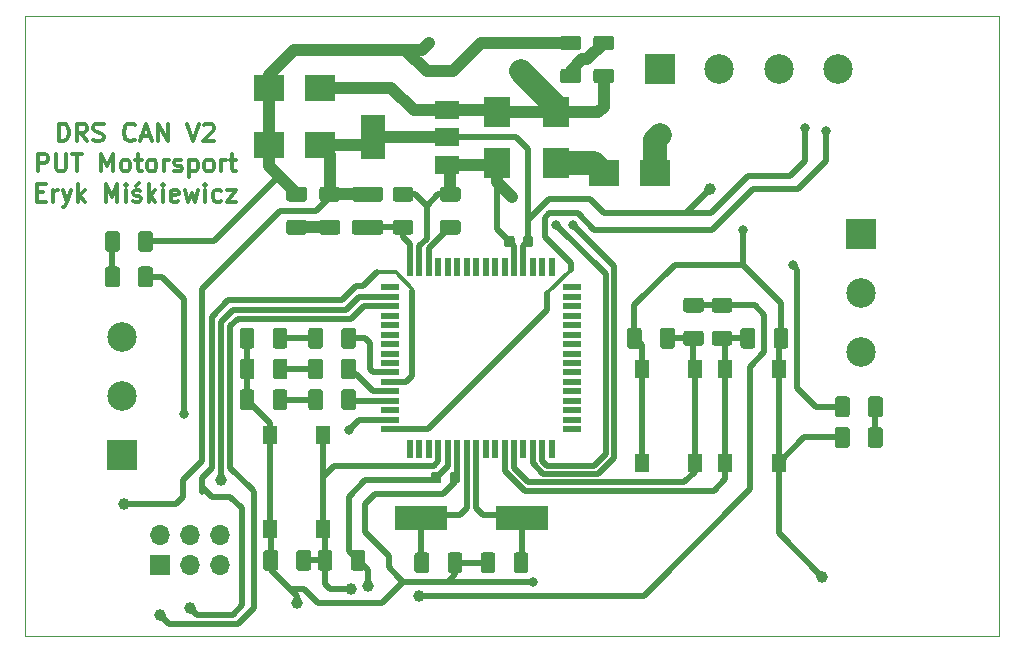
<source format=gbr>
G04 #@! TF.GenerationSoftware,KiCad,Pcbnew,(5.1.0)-1*
G04 #@! TF.CreationDate,2019-06-07T15:42:58+02:00*
G04 #@! TF.ProjectId,DRS,4452532e-6b69-4636-9164-5f7063625858,rev?*
G04 #@! TF.SameCoordinates,Original*
G04 #@! TF.FileFunction,Copper,L1,Top*
G04 #@! TF.FilePolarity,Positive*
%FSLAX46Y46*%
G04 Gerber Fmt 4.6, Leading zero omitted, Abs format (unit mm)*
G04 Created by KiCad (PCBNEW (5.1.0)-1) date 2019-06-07 15:42:58*
%MOMM*%
%LPD*%
G04 APERTURE LIST*
%ADD10C,0.300000*%
%ADD11C,0.100000*%
%ADD12R,1.300000X1.550000*%
%ADD13C,1.250000*%
%ADD14R,2.500000X2.300000*%
%ADD15R,2.300000X2.500000*%
%ADD16R,2.500000X2.500000*%
%ADD17C,2.500000*%
%ADD18R,1.700000X1.700000*%
%ADD19O,1.700000X1.700000*%
%ADD20R,1.500000X0.550000*%
%ADD21R,0.550000X1.500000*%
%ADD22R,2.000000X3.800000*%
%ADD23R,2.000000X1.500000*%
%ADD24R,4.500000X2.000000*%
%ADD25C,0.875000*%
%ADD26C,0.800000*%
%ADD27C,1.000000*%
%ADD28C,1.500000*%
%ADD29C,0.500000*%
%ADD30C,1.000000*%
%ADD31C,2.000000*%
G04 APERTURE END LIST*
D10*
X96864285Y-61628571D02*
X96864285Y-60128571D01*
X97221428Y-60128571D01*
X97435714Y-60200000D01*
X97578571Y-60342857D01*
X97650000Y-60485714D01*
X97721428Y-60771428D01*
X97721428Y-60985714D01*
X97650000Y-61271428D01*
X97578571Y-61414285D01*
X97435714Y-61557142D01*
X97221428Y-61628571D01*
X96864285Y-61628571D01*
X99221428Y-61628571D02*
X98721428Y-60914285D01*
X98364285Y-61628571D02*
X98364285Y-60128571D01*
X98935714Y-60128571D01*
X99078571Y-60200000D01*
X99150000Y-60271428D01*
X99221428Y-60414285D01*
X99221428Y-60628571D01*
X99150000Y-60771428D01*
X99078571Y-60842857D01*
X98935714Y-60914285D01*
X98364285Y-60914285D01*
X99792857Y-61557142D02*
X100007142Y-61628571D01*
X100364285Y-61628571D01*
X100507142Y-61557142D01*
X100578571Y-61485714D01*
X100650000Y-61342857D01*
X100650000Y-61200000D01*
X100578571Y-61057142D01*
X100507142Y-60985714D01*
X100364285Y-60914285D01*
X100078571Y-60842857D01*
X99935714Y-60771428D01*
X99864285Y-60700000D01*
X99792857Y-60557142D01*
X99792857Y-60414285D01*
X99864285Y-60271428D01*
X99935714Y-60200000D01*
X100078571Y-60128571D01*
X100435714Y-60128571D01*
X100650000Y-60200000D01*
X103292857Y-61485714D02*
X103221428Y-61557142D01*
X103007142Y-61628571D01*
X102864285Y-61628571D01*
X102650000Y-61557142D01*
X102507142Y-61414285D01*
X102435714Y-61271428D01*
X102364285Y-60985714D01*
X102364285Y-60771428D01*
X102435714Y-60485714D01*
X102507142Y-60342857D01*
X102650000Y-60200000D01*
X102864285Y-60128571D01*
X103007142Y-60128571D01*
X103221428Y-60200000D01*
X103292857Y-60271428D01*
X103864285Y-61200000D02*
X104578571Y-61200000D01*
X103721428Y-61628571D02*
X104221428Y-60128571D01*
X104721428Y-61628571D01*
X105221428Y-61628571D02*
X105221428Y-60128571D01*
X106078571Y-61628571D01*
X106078571Y-60128571D01*
X107721428Y-60128571D02*
X108221428Y-61628571D01*
X108721428Y-60128571D01*
X109150000Y-60271428D02*
X109221428Y-60200000D01*
X109364285Y-60128571D01*
X109721428Y-60128571D01*
X109864285Y-60200000D01*
X109935714Y-60271428D01*
X110007142Y-60414285D01*
X110007142Y-60557142D01*
X109935714Y-60771428D01*
X109078571Y-61628571D01*
X110007142Y-61628571D01*
X95114285Y-64178571D02*
X95114285Y-62678571D01*
X95685714Y-62678571D01*
X95828571Y-62750000D01*
X95900000Y-62821428D01*
X95971428Y-62964285D01*
X95971428Y-63178571D01*
X95900000Y-63321428D01*
X95828571Y-63392857D01*
X95685714Y-63464285D01*
X95114285Y-63464285D01*
X96614285Y-62678571D02*
X96614285Y-63892857D01*
X96685714Y-64035714D01*
X96757142Y-64107142D01*
X96900000Y-64178571D01*
X97185714Y-64178571D01*
X97328571Y-64107142D01*
X97400000Y-64035714D01*
X97471428Y-63892857D01*
X97471428Y-62678571D01*
X97971428Y-62678571D02*
X98828571Y-62678571D01*
X98400000Y-64178571D02*
X98400000Y-62678571D01*
X100471428Y-64178571D02*
X100471428Y-62678571D01*
X100971428Y-63750000D01*
X101471428Y-62678571D01*
X101471428Y-64178571D01*
X102400000Y-64178571D02*
X102257142Y-64107142D01*
X102185714Y-64035714D01*
X102114285Y-63892857D01*
X102114285Y-63464285D01*
X102185714Y-63321428D01*
X102257142Y-63250000D01*
X102400000Y-63178571D01*
X102614285Y-63178571D01*
X102757142Y-63250000D01*
X102828571Y-63321428D01*
X102900000Y-63464285D01*
X102900000Y-63892857D01*
X102828571Y-64035714D01*
X102757142Y-64107142D01*
X102614285Y-64178571D01*
X102400000Y-64178571D01*
X103328571Y-63178571D02*
X103900000Y-63178571D01*
X103542857Y-62678571D02*
X103542857Y-63964285D01*
X103614285Y-64107142D01*
X103757142Y-64178571D01*
X103900000Y-64178571D01*
X104614285Y-64178571D02*
X104471428Y-64107142D01*
X104399999Y-64035714D01*
X104328571Y-63892857D01*
X104328571Y-63464285D01*
X104399999Y-63321428D01*
X104471428Y-63250000D01*
X104614285Y-63178571D01*
X104828571Y-63178571D01*
X104971428Y-63250000D01*
X105042857Y-63321428D01*
X105114285Y-63464285D01*
X105114285Y-63892857D01*
X105042857Y-64035714D01*
X104971428Y-64107142D01*
X104828571Y-64178571D01*
X104614285Y-64178571D01*
X105757142Y-64178571D02*
X105757142Y-63178571D01*
X105757142Y-63464285D02*
X105828571Y-63321428D01*
X105899999Y-63250000D01*
X106042857Y-63178571D01*
X106185714Y-63178571D01*
X106614285Y-64107142D02*
X106757142Y-64178571D01*
X107042857Y-64178571D01*
X107185714Y-64107142D01*
X107257142Y-63964285D01*
X107257142Y-63892857D01*
X107185714Y-63750000D01*
X107042857Y-63678571D01*
X106828571Y-63678571D01*
X106685714Y-63607142D01*
X106614285Y-63464285D01*
X106614285Y-63392857D01*
X106685714Y-63250000D01*
X106828571Y-63178571D01*
X107042857Y-63178571D01*
X107185714Y-63250000D01*
X107899999Y-63178571D02*
X107899999Y-64678571D01*
X107899999Y-63250000D02*
X108042857Y-63178571D01*
X108328571Y-63178571D01*
X108471428Y-63250000D01*
X108542857Y-63321428D01*
X108614285Y-63464285D01*
X108614285Y-63892857D01*
X108542857Y-64035714D01*
X108471428Y-64107142D01*
X108328571Y-64178571D01*
X108042857Y-64178571D01*
X107899999Y-64107142D01*
X109471428Y-64178571D02*
X109328571Y-64107142D01*
X109257142Y-64035714D01*
X109185714Y-63892857D01*
X109185714Y-63464285D01*
X109257142Y-63321428D01*
X109328571Y-63250000D01*
X109471428Y-63178571D01*
X109685714Y-63178571D01*
X109828571Y-63250000D01*
X109899999Y-63321428D01*
X109971428Y-63464285D01*
X109971428Y-63892857D01*
X109899999Y-64035714D01*
X109828571Y-64107142D01*
X109685714Y-64178571D01*
X109471428Y-64178571D01*
X110614285Y-64178571D02*
X110614285Y-63178571D01*
X110614285Y-63464285D02*
X110685714Y-63321428D01*
X110757142Y-63250000D01*
X110899999Y-63178571D01*
X111042857Y-63178571D01*
X111328571Y-63178571D02*
X111899999Y-63178571D01*
X111542857Y-62678571D02*
X111542857Y-63964285D01*
X111614285Y-64107142D01*
X111757142Y-64178571D01*
X111899999Y-64178571D01*
X95042857Y-65942857D02*
X95542857Y-65942857D01*
X95757142Y-66728571D02*
X95042857Y-66728571D01*
X95042857Y-65228571D01*
X95757142Y-65228571D01*
X96400000Y-66728571D02*
X96400000Y-65728571D01*
X96400000Y-66014285D02*
X96471428Y-65871428D01*
X96542857Y-65800000D01*
X96685714Y-65728571D01*
X96828571Y-65728571D01*
X97185714Y-65728571D02*
X97542857Y-66728571D01*
X97900000Y-65728571D02*
X97542857Y-66728571D01*
X97400000Y-67085714D01*
X97328571Y-67157142D01*
X97185714Y-67228571D01*
X98471428Y-66728571D02*
X98471428Y-65228571D01*
X98614285Y-66157142D02*
X99042857Y-66728571D01*
X99042857Y-65728571D02*
X98471428Y-66300000D01*
X100828571Y-66728571D02*
X100828571Y-65228571D01*
X101328571Y-66300000D01*
X101828571Y-65228571D01*
X101828571Y-66728571D01*
X102542857Y-66728571D02*
X102542857Y-65728571D01*
X102542857Y-65228571D02*
X102471428Y-65300000D01*
X102542857Y-65371428D01*
X102614285Y-65300000D01*
X102542857Y-65228571D01*
X102542857Y-65371428D01*
X103185714Y-66657142D02*
X103328571Y-66728571D01*
X103614285Y-66728571D01*
X103757142Y-66657142D01*
X103828571Y-66514285D01*
X103828571Y-66442857D01*
X103757142Y-66300000D01*
X103614285Y-66228571D01*
X103400000Y-66228571D01*
X103257142Y-66157142D01*
X103185714Y-66014285D01*
X103185714Y-65942857D01*
X103257142Y-65800000D01*
X103400000Y-65728571D01*
X103614285Y-65728571D01*
X103757142Y-65800000D01*
X103614285Y-65157142D02*
X103400000Y-65371428D01*
X104471428Y-66728571D02*
X104471428Y-65228571D01*
X104614285Y-66157142D02*
X105042857Y-66728571D01*
X105042857Y-65728571D02*
X104471428Y-66300000D01*
X105685714Y-66728571D02*
X105685714Y-65728571D01*
X105685714Y-65228571D02*
X105614285Y-65300000D01*
X105685714Y-65371428D01*
X105757142Y-65300000D01*
X105685714Y-65228571D01*
X105685714Y-65371428D01*
X106971428Y-66657142D02*
X106828571Y-66728571D01*
X106542857Y-66728571D01*
X106400000Y-66657142D01*
X106328571Y-66514285D01*
X106328571Y-65942857D01*
X106400000Y-65800000D01*
X106542857Y-65728571D01*
X106828571Y-65728571D01*
X106971428Y-65800000D01*
X107042857Y-65942857D01*
X107042857Y-66085714D01*
X106328571Y-66228571D01*
X107542857Y-65728571D02*
X107828571Y-66728571D01*
X108114285Y-66014285D01*
X108400000Y-66728571D01*
X108685714Y-65728571D01*
X109257142Y-66728571D02*
X109257142Y-65728571D01*
X109257142Y-65228571D02*
X109185714Y-65300000D01*
X109257142Y-65371428D01*
X109328571Y-65300000D01*
X109257142Y-65228571D01*
X109257142Y-65371428D01*
X110614285Y-66657142D02*
X110471428Y-66728571D01*
X110185714Y-66728571D01*
X110042857Y-66657142D01*
X109971428Y-66585714D01*
X109900000Y-66442857D01*
X109900000Y-66014285D01*
X109971428Y-65871428D01*
X110042857Y-65800000D01*
X110185714Y-65728571D01*
X110471428Y-65728571D01*
X110614285Y-65800000D01*
X111114285Y-65728571D02*
X111900000Y-65728571D01*
X111114285Y-66728571D01*
X111900000Y-66728571D01*
D11*
X94000000Y-103500000D02*
X176500000Y-103500000D01*
X94000000Y-51000000D02*
X94000000Y-103500000D01*
X176500000Y-51000000D02*
X94000000Y-51000000D01*
X176500000Y-103500000D02*
X176500000Y-51000000D01*
D12*
X150700000Y-80920000D03*
X146200000Y-80920000D03*
X146200000Y-88880000D03*
X150700000Y-88880000D03*
D11*
G36*
X136399504Y-96426204D02*
G01*
X136423773Y-96429804D01*
X136447571Y-96435765D01*
X136470671Y-96444030D01*
X136492849Y-96454520D01*
X136513893Y-96467133D01*
X136533598Y-96481747D01*
X136551777Y-96498223D01*
X136568253Y-96516402D01*
X136582867Y-96536107D01*
X136595480Y-96557151D01*
X136605970Y-96579329D01*
X136614235Y-96602429D01*
X136620196Y-96626227D01*
X136623796Y-96650496D01*
X136625000Y-96675000D01*
X136625000Y-97925000D01*
X136623796Y-97949504D01*
X136620196Y-97973773D01*
X136614235Y-97997571D01*
X136605970Y-98020671D01*
X136595480Y-98042849D01*
X136582867Y-98063893D01*
X136568253Y-98083598D01*
X136551777Y-98101777D01*
X136533598Y-98118253D01*
X136513893Y-98132867D01*
X136492849Y-98145480D01*
X136470671Y-98155970D01*
X136447571Y-98164235D01*
X136423773Y-98170196D01*
X136399504Y-98173796D01*
X136375000Y-98175000D01*
X135625000Y-98175000D01*
X135600496Y-98173796D01*
X135576227Y-98170196D01*
X135552429Y-98164235D01*
X135529329Y-98155970D01*
X135507151Y-98145480D01*
X135486107Y-98132867D01*
X135466402Y-98118253D01*
X135448223Y-98101777D01*
X135431747Y-98083598D01*
X135417133Y-98063893D01*
X135404520Y-98042849D01*
X135394030Y-98020671D01*
X135385765Y-97997571D01*
X135379804Y-97973773D01*
X135376204Y-97949504D01*
X135375000Y-97925000D01*
X135375000Y-96675000D01*
X135376204Y-96650496D01*
X135379804Y-96626227D01*
X135385765Y-96602429D01*
X135394030Y-96579329D01*
X135404520Y-96557151D01*
X135417133Y-96536107D01*
X135431747Y-96516402D01*
X135448223Y-96498223D01*
X135466402Y-96481747D01*
X135486107Y-96467133D01*
X135507151Y-96454520D01*
X135529329Y-96444030D01*
X135552429Y-96435765D01*
X135576227Y-96429804D01*
X135600496Y-96426204D01*
X135625000Y-96425000D01*
X136375000Y-96425000D01*
X136399504Y-96426204D01*
X136399504Y-96426204D01*
G37*
D13*
X136000000Y-97300000D03*
D11*
G36*
X133599504Y-96426204D02*
G01*
X133623773Y-96429804D01*
X133647571Y-96435765D01*
X133670671Y-96444030D01*
X133692849Y-96454520D01*
X133713893Y-96467133D01*
X133733598Y-96481747D01*
X133751777Y-96498223D01*
X133768253Y-96516402D01*
X133782867Y-96536107D01*
X133795480Y-96557151D01*
X133805970Y-96579329D01*
X133814235Y-96602429D01*
X133820196Y-96626227D01*
X133823796Y-96650496D01*
X133825000Y-96675000D01*
X133825000Y-97925000D01*
X133823796Y-97949504D01*
X133820196Y-97973773D01*
X133814235Y-97997571D01*
X133805970Y-98020671D01*
X133795480Y-98042849D01*
X133782867Y-98063893D01*
X133768253Y-98083598D01*
X133751777Y-98101777D01*
X133733598Y-98118253D01*
X133713893Y-98132867D01*
X133692849Y-98145480D01*
X133670671Y-98155970D01*
X133647571Y-98164235D01*
X133623773Y-98170196D01*
X133599504Y-98173796D01*
X133575000Y-98175000D01*
X132825000Y-98175000D01*
X132800496Y-98173796D01*
X132776227Y-98170196D01*
X132752429Y-98164235D01*
X132729329Y-98155970D01*
X132707151Y-98145480D01*
X132686107Y-98132867D01*
X132666402Y-98118253D01*
X132648223Y-98101777D01*
X132631747Y-98083598D01*
X132617133Y-98063893D01*
X132604520Y-98042849D01*
X132594030Y-98020671D01*
X132585765Y-97997571D01*
X132579804Y-97973773D01*
X132576204Y-97949504D01*
X132575000Y-97925000D01*
X132575000Y-96675000D01*
X132576204Y-96650496D01*
X132579804Y-96626227D01*
X132585765Y-96602429D01*
X132594030Y-96579329D01*
X132604520Y-96557151D01*
X132617133Y-96536107D01*
X132631747Y-96516402D01*
X132648223Y-96498223D01*
X132666402Y-96481747D01*
X132686107Y-96467133D01*
X132707151Y-96454520D01*
X132729329Y-96444030D01*
X132752429Y-96435765D01*
X132776227Y-96429804D01*
X132800496Y-96426204D01*
X132825000Y-96425000D01*
X133575000Y-96425000D01*
X133599504Y-96426204D01*
X133599504Y-96426204D01*
G37*
D13*
X133200000Y-97300000D03*
D11*
G36*
X130799504Y-96426204D02*
G01*
X130823773Y-96429804D01*
X130847571Y-96435765D01*
X130870671Y-96444030D01*
X130892849Y-96454520D01*
X130913893Y-96467133D01*
X130933598Y-96481747D01*
X130951777Y-96498223D01*
X130968253Y-96516402D01*
X130982867Y-96536107D01*
X130995480Y-96557151D01*
X131005970Y-96579329D01*
X131014235Y-96602429D01*
X131020196Y-96626227D01*
X131023796Y-96650496D01*
X131025000Y-96675000D01*
X131025000Y-97925000D01*
X131023796Y-97949504D01*
X131020196Y-97973773D01*
X131014235Y-97997571D01*
X131005970Y-98020671D01*
X130995480Y-98042849D01*
X130982867Y-98063893D01*
X130968253Y-98083598D01*
X130951777Y-98101777D01*
X130933598Y-98118253D01*
X130913893Y-98132867D01*
X130892849Y-98145480D01*
X130870671Y-98155970D01*
X130847571Y-98164235D01*
X130823773Y-98170196D01*
X130799504Y-98173796D01*
X130775000Y-98175000D01*
X130025000Y-98175000D01*
X130000496Y-98173796D01*
X129976227Y-98170196D01*
X129952429Y-98164235D01*
X129929329Y-98155970D01*
X129907151Y-98145480D01*
X129886107Y-98132867D01*
X129866402Y-98118253D01*
X129848223Y-98101777D01*
X129831747Y-98083598D01*
X129817133Y-98063893D01*
X129804520Y-98042849D01*
X129794030Y-98020671D01*
X129785765Y-97997571D01*
X129779804Y-97973773D01*
X129776204Y-97949504D01*
X129775000Y-97925000D01*
X129775000Y-96675000D01*
X129776204Y-96650496D01*
X129779804Y-96626227D01*
X129785765Y-96602429D01*
X129794030Y-96579329D01*
X129804520Y-96557151D01*
X129817133Y-96536107D01*
X129831747Y-96516402D01*
X129848223Y-96498223D01*
X129866402Y-96481747D01*
X129886107Y-96467133D01*
X129907151Y-96454520D01*
X129929329Y-96444030D01*
X129952429Y-96435765D01*
X129976227Y-96429804D01*
X130000496Y-96426204D01*
X130025000Y-96425000D01*
X130775000Y-96425000D01*
X130799504Y-96426204D01*
X130799504Y-96426204D01*
G37*
D13*
X130400000Y-97300000D03*
D11*
G36*
X127999504Y-96426204D02*
G01*
X128023773Y-96429804D01*
X128047571Y-96435765D01*
X128070671Y-96444030D01*
X128092849Y-96454520D01*
X128113893Y-96467133D01*
X128133598Y-96481747D01*
X128151777Y-96498223D01*
X128168253Y-96516402D01*
X128182867Y-96536107D01*
X128195480Y-96557151D01*
X128205970Y-96579329D01*
X128214235Y-96602429D01*
X128220196Y-96626227D01*
X128223796Y-96650496D01*
X128225000Y-96675000D01*
X128225000Y-97925000D01*
X128223796Y-97949504D01*
X128220196Y-97973773D01*
X128214235Y-97997571D01*
X128205970Y-98020671D01*
X128195480Y-98042849D01*
X128182867Y-98063893D01*
X128168253Y-98083598D01*
X128151777Y-98101777D01*
X128133598Y-98118253D01*
X128113893Y-98132867D01*
X128092849Y-98145480D01*
X128070671Y-98155970D01*
X128047571Y-98164235D01*
X128023773Y-98170196D01*
X127999504Y-98173796D01*
X127975000Y-98175000D01*
X127225000Y-98175000D01*
X127200496Y-98173796D01*
X127176227Y-98170196D01*
X127152429Y-98164235D01*
X127129329Y-98155970D01*
X127107151Y-98145480D01*
X127086107Y-98132867D01*
X127066402Y-98118253D01*
X127048223Y-98101777D01*
X127031747Y-98083598D01*
X127017133Y-98063893D01*
X127004520Y-98042849D01*
X126994030Y-98020671D01*
X126985765Y-97997571D01*
X126979804Y-97973773D01*
X126976204Y-97949504D01*
X126975000Y-97925000D01*
X126975000Y-96675000D01*
X126976204Y-96650496D01*
X126979804Y-96626227D01*
X126985765Y-96602429D01*
X126994030Y-96579329D01*
X127004520Y-96557151D01*
X127017133Y-96536107D01*
X127031747Y-96516402D01*
X127048223Y-96498223D01*
X127066402Y-96481747D01*
X127086107Y-96467133D01*
X127107151Y-96454520D01*
X127129329Y-96444030D01*
X127152429Y-96435765D01*
X127176227Y-96429804D01*
X127200496Y-96426204D01*
X127225000Y-96425000D01*
X127975000Y-96425000D01*
X127999504Y-96426204D01*
X127999504Y-96426204D01*
G37*
D13*
X127600000Y-97300000D03*
D11*
G36*
X117999504Y-96226204D02*
G01*
X118023773Y-96229804D01*
X118047571Y-96235765D01*
X118070671Y-96244030D01*
X118092849Y-96254520D01*
X118113893Y-96267133D01*
X118133598Y-96281747D01*
X118151777Y-96298223D01*
X118168253Y-96316402D01*
X118182867Y-96336107D01*
X118195480Y-96357151D01*
X118205970Y-96379329D01*
X118214235Y-96402429D01*
X118220196Y-96426227D01*
X118223796Y-96450496D01*
X118225000Y-96475000D01*
X118225000Y-97725000D01*
X118223796Y-97749504D01*
X118220196Y-97773773D01*
X118214235Y-97797571D01*
X118205970Y-97820671D01*
X118195480Y-97842849D01*
X118182867Y-97863893D01*
X118168253Y-97883598D01*
X118151777Y-97901777D01*
X118133598Y-97918253D01*
X118113893Y-97932867D01*
X118092849Y-97945480D01*
X118070671Y-97955970D01*
X118047571Y-97964235D01*
X118023773Y-97970196D01*
X117999504Y-97973796D01*
X117975000Y-97975000D01*
X117225000Y-97975000D01*
X117200496Y-97973796D01*
X117176227Y-97970196D01*
X117152429Y-97964235D01*
X117129329Y-97955970D01*
X117107151Y-97945480D01*
X117086107Y-97932867D01*
X117066402Y-97918253D01*
X117048223Y-97901777D01*
X117031747Y-97883598D01*
X117017133Y-97863893D01*
X117004520Y-97842849D01*
X116994030Y-97820671D01*
X116985765Y-97797571D01*
X116979804Y-97773773D01*
X116976204Y-97749504D01*
X116975000Y-97725000D01*
X116975000Y-96475000D01*
X116976204Y-96450496D01*
X116979804Y-96426227D01*
X116985765Y-96402429D01*
X116994030Y-96379329D01*
X117004520Y-96357151D01*
X117017133Y-96336107D01*
X117031747Y-96316402D01*
X117048223Y-96298223D01*
X117066402Y-96281747D01*
X117086107Y-96267133D01*
X117107151Y-96254520D01*
X117129329Y-96244030D01*
X117152429Y-96235765D01*
X117176227Y-96229804D01*
X117200496Y-96226204D01*
X117225000Y-96225000D01*
X117975000Y-96225000D01*
X117999504Y-96226204D01*
X117999504Y-96226204D01*
G37*
D13*
X117600000Y-97100000D03*
D11*
G36*
X115199504Y-96226204D02*
G01*
X115223773Y-96229804D01*
X115247571Y-96235765D01*
X115270671Y-96244030D01*
X115292849Y-96254520D01*
X115313893Y-96267133D01*
X115333598Y-96281747D01*
X115351777Y-96298223D01*
X115368253Y-96316402D01*
X115382867Y-96336107D01*
X115395480Y-96357151D01*
X115405970Y-96379329D01*
X115414235Y-96402429D01*
X115420196Y-96426227D01*
X115423796Y-96450496D01*
X115425000Y-96475000D01*
X115425000Y-97725000D01*
X115423796Y-97749504D01*
X115420196Y-97773773D01*
X115414235Y-97797571D01*
X115405970Y-97820671D01*
X115395480Y-97842849D01*
X115382867Y-97863893D01*
X115368253Y-97883598D01*
X115351777Y-97901777D01*
X115333598Y-97918253D01*
X115313893Y-97932867D01*
X115292849Y-97945480D01*
X115270671Y-97955970D01*
X115247571Y-97964235D01*
X115223773Y-97970196D01*
X115199504Y-97973796D01*
X115175000Y-97975000D01*
X114425000Y-97975000D01*
X114400496Y-97973796D01*
X114376227Y-97970196D01*
X114352429Y-97964235D01*
X114329329Y-97955970D01*
X114307151Y-97945480D01*
X114286107Y-97932867D01*
X114266402Y-97918253D01*
X114248223Y-97901777D01*
X114231747Y-97883598D01*
X114217133Y-97863893D01*
X114204520Y-97842849D01*
X114194030Y-97820671D01*
X114185765Y-97797571D01*
X114179804Y-97773773D01*
X114176204Y-97749504D01*
X114175000Y-97725000D01*
X114175000Y-96475000D01*
X114176204Y-96450496D01*
X114179804Y-96426227D01*
X114185765Y-96402429D01*
X114194030Y-96379329D01*
X114204520Y-96357151D01*
X114217133Y-96336107D01*
X114231747Y-96316402D01*
X114248223Y-96298223D01*
X114266402Y-96281747D01*
X114286107Y-96267133D01*
X114307151Y-96254520D01*
X114329329Y-96244030D01*
X114352429Y-96235765D01*
X114376227Y-96229804D01*
X114400496Y-96226204D01*
X114425000Y-96225000D01*
X115175000Y-96225000D01*
X115199504Y-96226204D01*
X115199504Y-96226204D01*
G37*
D13*
X114800000Y-97100000D03*
D11*
G36*
X130649504Y-65476204D02*
G01*
X130673773Y-65479804D01*
X130697571Y-65485765D01*
X130720671Y-65494030D01*
X130742849Y-65504520D01*
X130763893Y-65517133D01*
X130783598Y-65531747D01*
X130801777Y-65548223D01*
X130818253Y-65566402D01*
X130832867Y-65586107D01*
X130845480Y-65607151D01*
X130855970Y-65629329D01*
X130864235Y-65652429D01*
X130870196Y-65676227D01*
X130873796Y-65700496D01*
X130875000Y-65725000D01*
X130875000Y-66475000D01*
X130873796Y-66499504D01*
X130870196Y-66523773D01*
X130864235Y-66547571D01*
X130855970Y-66570671D01*
X130845480Y-66592849D01*
X130832867Y-66613893D01*
X130818253Y-66633598D01*
X130801777Y-66651777D01*
X130783598Y-66668253D01*
X130763893Y-66682867D01*
X130742849Y-66695480D01*
X130720671Y-66705970D01*
X130697571Y-66714235D01*
X130673773Y-66720196D01*
X130649504Y-66723796D01*
X130625000Y-66725000D01*
X129375000Y-66725000D01*
X129350496Y-66723796D01*
X129326227Y-66720196D01*
X129302429Y-66714235D01*
X129279329Y-66705970D01*
X129257151Y-66695480D01*
X129236107Y-66682867D01*
X129216402Y-66668253D01*
X129198223Y-66651777D01*
X129181747Y-66633598D01*
X129167133Y-66613893D01*
X129154520Y-66592849D01*
X129144030Y-66570671D01*
X129135765Y-66547571D01*
X129129804Y-66523773D01*
X129126204Y-66499504D01*
X129125000Y-66475000D01*
X129125000Y-65725000D01*
X129126204Y-65700496D01*
X129129804Y-65676227D01*
X129135765Y-65652429D01*
X129144030Y-65629329D01*
X129154520Y-65607151D01*
X129167133Y-65586107D01*
X129181747Y-65566402D01*
X129198223Y-65548223D01*
X129216402Y-65531747D01*
X129236107Y-65517133D01*
X129257151Y-65504520D01*
X129279329Y-65494030D01*
X129302429Y-65485765D01*
X129326227Y-65479804D01*
X129350496Y-65476204D01*
X129375000Y-65475000D01*
X130625000Y-65475000D01*
X130649504Y-65476204D01*
X130649504Y-65476204D01*
G37*
D13*
X130000000Y-66100000D03*
D11*
G36*
X130649504Y-68276204D02*
G01*
X130673773Y-68279804D01*
X130697571Y-68285765D01*
X130720671Y-68294030D01*
X130742849Y-68304520D01*
X130763893Y-68317133D01*
X130783598Y-68331747D01*
X130801777Y-68348223D01*
X130818253Y-68366402D01*
X130832867Y-68386107D01*
X130845480Y-68407151D01*
X130855970Y-68429329D01*
X130864235Y-68452429D01*
X130870196Y-68476227D01*
X130873796Y-68500496D01*
X130875000Y-68525000D01*
X130875000Y-69275000D01*
X130873796Y-69299504D01*
X130870196Y-69323773D01*
X130864235Y-69347571D01*
X130855970Y-69370671D01*
X130845480Y-69392849D01*
X130832867Y-69413893D01*
X130818253Y-69433598D01*
X130801777Y-69451777D01*
X130783598Y-69468253D01*
X130763893Y-69482867D01*
X130742849Y-69495480D01*
X130720671Y-69505970D01*
X130697571Y-69514235D01*
X130673773Y-69520196D01*
X130649504Y-69523796D01*
X130625000Y-69525000D01*
X129375000Y-69525000D01*
X129350496Y-69523796D01*
X129326227Y-69520196D01*
X129302429Y-69514235D01*
X129279329Y-69505970D01*
X129257151Y-69495480D01*
X129236107Y-69482867D01*
X129216402Y-69468253D01*
X129198223Y-69451777D01*
X129181747Y-69433598D01*
X129167133Y-69413893D01*
X129154520Y-69392849D01*
X129144030Y-69370671D01*
X129135765Y-69347571D01*
X129129804Y-69323773D01*
X129126204Y-69299504D01*
X129125000Y-69275000D01*
X129125000Y-68525000D01*
X129126204Y-68500496D01*
X129129804Y-68476227D01*
X129135765Y-68452429D01*
X129144030Y-68429329D01*
X129154520Y-68407151D01*
X129167133Y-68386107D01*
X129181747Y-68366402D01*
X129198223Y-68348223D01*
X129216402Y-68331747D01*
X129236107Y-68317133D01*
X129257151Y-68304520D01*
X129279329Y-68294030D01*
X129302429Y-68285765D01*
X129326227Y-68279804D01*
X129350496Y-68276204D01*
X129375000Y-68275000D01*
X130625000Y-68275000D01*
X130649504Y-68276204D01*
X130649504Y-68276204D01*
G37*
D13*
X130000000Y-68900000D03*
D11*
G36*
X126649504Y-65476204D02*
G01*
X126673773Y-65479804D01*
X126697571Y-65485765D01*
X126720671Y-65494030D01*
X126742849Y-65504520D01*
X126763893Y-65517133D01*
X126783598Y-65531747D01*
X126801777Y-65548223D01*
X126818253Y-65566402D01*
X126832867Y-65586107D01*
X126845480Y-65607151D01*
X126855970Y-65629329D01*
X126864235Y-65652429D01*
X126870196Y-65676227D01*
X126873796Y-65700496D01*
X126875000Y-65725000D01*
X126875000Y-66475000D01*
X126873796Y-66499504D01*
X126870196Y-66523773D01*
X126864235Y-66547571D01*
X126855970Y-66570671D01*
X126845480Y-66592849D01*
X126832867Y-66613893D01*
X126818253Y-66633598D01*
X126801777Y-66651777D01*
X126783598Y-66668253D01*
X126763893Y-66682867D01*
X126742849Y-66695480D01*
X126720671Y-66705970D01*
X126697571Y-66714235D01*
X126673773Y-66720196D01*
X126649504Y-66723796D01*
X126625000Y-66725000D01*
X125375000Y-66725000D01*
X125350496Y-66723796D01*
X125326227Y-66720196D01*
X125302429Y-66714235D01*
X125279329Y-66705970D01*
X125257151Y-66695480D01*
X125236107Y-66682867D01*
X125216402Y-66668253D01*
X125198223Y-66651777D01*
X125181747Y-66633598D01*
X125167133Y-66613893D01*
X125154520Y-66592849D01*
X125144030Y-66570671D01*
X125135765Y-66547571D01*
X125129804Y-66523773D01*
X125126204Y-66499504D01*
X125125000Y-66475000D01*
X125125000Y-65725000D01*
X125126204Y-65700496D01*
X125129804Y-65676227D01*
X125135765Y-65652429D01*
X125144030Y-65629329D01*
X125154520Y-65607151D01*
X125167133Y-65586107D01*
X125181747Y-65566402D01*
X125198223Y-65548223D01*
X125216402Y-65531747D01*
X125236107Y-65517133D01*
X125257151Y-65504520D01*
X125279329Y-65494030D01*
X125302429Y-65485765D01*
X125326227Y-65479804D01*
X125350496Y-65476204D01*
X125375000Y-65475000D01*
X126625000Y-65475000D01*
X126649504Y-65476204D01*
X126649504Y-65476204D01*
G37*
D13*
X126000000Y-66100000D03*
D11*
G36*
X126649504Y-68276204D02*
G01*
X126673773Y-68279804D01*
X126697571Y-68285765D01*
X126720671Y-68294030D01*
X126742849Y-68304520D01*
X126763893Y-68317133D01*
X126783598Y-68331747D01*
X126801777Y-68348223D01*
X126818253Y-68366402D01*
X126832867Y-68386107D01*
X126845480Y-68407151D01*
X126855970Y-68429329D01*
X126864235Y-68452429D01*
X126870196Y-68476227D01*
X126873796Y-68500496D01*
X126875000Y-68525000D01*
X126875000Y-69275000D01*
X126873796Y-69299504D01*
X126870196Y-69323773D01*
X126864235Y-69347571D01*
X126855970Y-69370671D01*
X126845480Y-69392849D01*
X126832867Y-69413893D01*
X126818253Y-69433598D01*
X126801777Y-69451777D01*
X126783598Y-69468253D01*
X126763893Y-69482867D01*
X126742849Y-69495480D01*
X126720671Y-69505970D01*
X126697571Y-69514235D01*
X126673773Y-69520196D01*
X126649504Y-69523796D01*
X126625000Y-69525000D01*
X125375000Y-69525000D01*
X125350496Y-69523796D01*
X125326227Y-69520196D01*
X125302429Y-69514235D01*
X125279329Y-69505970D01*
X125257151Y-69495480D01*
X125236107Y-69482867D01*
X125216402Y-69468253D01*
X125198223Y-69451777D01*
X125181747Y-69433598D01*
X125167133Y-69413893D01*
X125154520Y-69392849D01*
X125144030Y-69370671D01*
X125135765Y-69347571D01*
X125129804Y-69323773D01*
X125126204Y-69299504D01*
X125125000Y-69275000D01*
X125125000Y-68525000D01*
X125126204Y-68500496D01*
X125129804Y-68476227D01*
X125135765Y-68452429D01*
X125144030Y-68429329D01*
X125154520Y-68407151D01*
X125167133Y-68386107D01*
X125181747Y-68366402D01*
X125198223Y-68348223D01*
X125216402Y-68331747D01*
X125236107Y-68317133D01*
X125257151Y-68304520D01*
X125279329Y-68294030D01*
X125302429Y-68285765D01*
X125326227Y-68279804D01*
X125350496Y-68276204D01*
X125375000Y-68275000D01*
X126625000Y-68275000D01*
X126649504Y-68276204D01*
X126649504Y-68276204D01*
G37*
D13*
X126000000Y-68900000D03*
D11*
G36*
X155599504Y-77426204D02*
G01*
X155623773Y-77429804D01*
X155647571Y-77435765D01*
X155670671Y-77444030D01*
X155692849Y-77454520D01*
X155713893Y-77467133D01*
X155733598Y-77481747D01*
X155751777Y-77498223D01*
X155768253Y-77516402D01*
X155782867Y-77536107D01*
X155795480Y-77557151D01*
X155805970Y-77579329D01*
X155814235Y-77602429D01*
X155820196Y-77626227D01*
X155823796Y-77650496D01*
X155825000Y-77675000D01*
X155825000Y-78925000D01*
X155823796Y-78949504D01*
X155820196Y-78973773D01*
X155814235Y-78997571D01*
X155805970Y-79020671D01*
X155795480Y-79042849D01*
X155782867Y-79063893D01*
X155768253Y-79083598D01*
X155751777Y-79101777D01*
X155733598Y-79118253D01*
X155713893Y-79132867D01*
X155692849Y-79145480D01*
X155670671Y-79155970D01*
X155647571Y-79164235D01*
X155623773Y-79170196D01*
X155599504Y-79173796D01*
X155575000Y-79175000D01*
X154825000Y-79175000D01*
X154800496Y-79173796D01*
X154776227Y-79170196D01*
X154752429Y-79164235D01*
X154729329Y-79155970D01*
X154707151Y-79145480D01*
X154686107Y-79132867D01*
X154666402Y-79118253D01*
X154648223Y-79101777D01*
X154631747Y-79083598D01*
X154617133Y-79063893D01*
X154604520Y-79042849D01*
X154594030Y-79020671D01*
X154585765Y-78997571D01*
X154579804Y-78973773D01*
X154576204Y-78949504D01*
X154575000Y-78925000D01*
X154575000Y-77675000D01*
X154576204Y-77650496D01*
X154579804Y-77626227D01*
X154585765Y-77602429D01*
X154594030Y-77579329D01*
X154604520Y-77557151D01*
X154617133Y-77536107D01*
X154631747Y-77516402D01*
X154648223Y-77498223D01*
X154666402Y-77481747D01*
X154686107Y-77467133D01*
X154707151Y-77454520D01*
X154729329Y-77444030D01*
X154752429Y-77435765D01*
X154776227Y-77429804D01*
X154800496Y-77426204D01*
X154825000Y-77425000D01*
X155575000Y-77425000D01*
X155599504Y-77426204D01*
X155599504Y-77426204D01*
G37*
D13*
X155200000Y-78300000D03*
D11*
G36*
X158399504Y-77426204D02*
G01*
X158423773Y-77429804D01*
X158447571Y-77435765D01*
X158470671Y-77444030D01*
X158492849Y-77454520D01*
X158513893Y-77467133D01*
X158533598Y-77481747D01*
X158551777Y-77498223D01*
X158568253Y-77516402D01*
X158582867Y-77536107D01*
X158595480Y-77557151D01*
X158605970Y-77579329D01*
X158614235Y-77602429D01*
X158620196Y-77626227D01*
X158623796Y-77650496D01*
X158625000Y-77675000D01*
X158625000Y-78925000D01*
X158623796Y-78949504D01*
X158620196Y-78973773D01*
X158614235Y-78997571D01*
X158605970Y-79020671D01*
X158595480Y-79042849D01*
X158582867Y-79063893D01*
X158568253Y-79083598D01*
X158551777Y-79101777D01*
X158533598Y-79118253D01*
X158513893Y-79132867D01*
X158492849Y-79145480D01*
X158470671Y-79155970D01*
X158447571Y-79164235D01*
X158423773Y-79170196D01*
X158399504Y-79173796D01*
X158375000Y-79175000D01*
X157625000Y-79175000D01*
X157600496Y-79173796D01*
X157576227Y-79170196D01*
X157552429Y-79164235D01*
X157529329Y-79155970D01*
X157507151Y-79145480D01*
X157486107Y-79132867D01*
X157466402Y-79118253D01*
X157448223Y-79101777D01*
X157431747Y-79083598D01*
X157417133Y-79063893D01*
X157404520Y-79042849D01*
X157394030Y-79020671D01*
X157385765Y-78997571D01*
X157379804Y-78973773D01*
X157376204Y-78949504D01*
X157375000Y-78925000D01*
X157375000Y-77675000D01*
X157376204Y-77650496D01*
X157379804Y-77626227D01*
X157385765Y-77602429D01*
X157394030Y-77579329D01*
X157404520Y-77557151D01*
X157417133Y-77536107D01*
X157431747Y-77516402D01*
X157448223Y-77498223D01*
X157466402Y-77481747D01*
X157486107Y-77467133D01*
X157507151Y-77454520D01*
X157529329Y-77444030D01*
X157552429Y-77435765D01*
X157576227Y-77429804D01*
X157600496Y-77426204D01*
X157625000Y-77425000D01*
X158375000Y-77425000D01*
X158399504Y-77426204D01*
X158399504Y-77426204D01*
G37*
D13*
X158000000Y-78300000D03*
D11*
G36*
X148799504Y-77426204D02*
G01*
X148823773Y-77429804D01*
X148847571Y-77435765D01*
X148870671Y-77444030D01*
X148892849Y-77454520D01*
X148913893Y-77467133D01*
X148933598Y-77481747D01*
X148951777Y-77498223D01*
X148968253Y-77516402D01*
X148982867Y-77536107D01*
X148995480Y-77557151D01*
X149005970Y-77579329D01*
X149014235Y-77602429D01*
X149020196Y-77626227D01*
X149023796Y-77650496D01*
X149025000Y-77675000D01*
X149025000Y-78925000D01*
X149023796Y-78949504D01*
X149020196Y-78973773D01*
X149014235Y-78997571D01*
X149005970Y-79020671D01*
X148995480Y-79042849D01*
X148982867Y-79063893D01*
X148968253Y-79083598D01*
X148951777Y-79101777D01*
X148933598Y-79118253D01*
X148913893Y-79132867D01*
X148892849Y-79145480D01*
X148870671Y-79155970D01*
X148847571Y-79164235D01*
X148823773Y-79170196D01*
X148799504Y-79173796D01*
X148775000Y-79175000D01*
X148025000Y-79175000D01*
X148000496Y-79173796D01*
X147976227Y-79170196D01*
X147952429Y-79164235D01*
X147929329Y-79155970D01*
X147907151Y-79145480D01*
X147886107Y-79132867D01*
X147866402Y-79118253D01*
X147848223Y-79101777D01*
X147831747Y-79083598D01*
X147817133Y-79063893D01*
X147804520Y-79042849D01*
X147794030Y-79020671D01*
X147785765Y-78997571D01*
X147779804Y-78973773D01*
X147776204Y-78949504D01*
X147775000Y-78925000D01*
X147775000Y-77675000D01*
X147776204Y-77650496D01*
X147779804Y-77626227D01*
X147785765Y-77602429D01*
X147794030Y-77579329D01*
X147804520Y-77557151D01*
X147817133Y-77536107D01*
X147831747Y-77516402D01*
X147848223Y-77498223D01*
X147866402Y-77481747D01*
X147886107Y-77467133D01*
X147907151Y-77454520D01*
X147929329Y-77444030D01*
X147952429Y-77435765D01*
X147976227Y-77429804D01*
X148000496Y-77426204D01*
X148025000Y-77425000D01*
X148775000Y-77425000D01*
X148799504Y-77426204D01*
X148799504Y-77426204D01*
G37*
D13*
X148400000Y-78300000D03*
D11*
G36*
X145999504Y-77426204D02*
G01*
X146023773Y-77429804D01*
X146047571Y-77435765D01*
X146070671Y-77444030D01*
X146092849Y-77454520D01*
X146113893Y-77467133D01*
X146133598Y-77481747D01*
X146151777Y-77498223D01*
X146168253Y-77516402D01*
X146182867Y-77536107D01*
X146195480Y-77557151D01*
X146205970Y-77579329D01*
X146214235Y-77602429D01*
X146220196Y-77626227D01*
X146223796Y-77650496D01*
X146225000Y-77675000D01*
X146225000Y-78925000D01*
X146223796Y-78949504D01*
X146220196Y-78973773D01*
X146214235Y-78997571D01*
X146205970Y-79020671D01*
X146195480Y-79042849D01*
X146182867Y-79063893D01*
X146168253Y-79083598D01*
X146151777Y-79101777D01*
X146133598Y-79118253D01*
X146113893Y-79132867D01*
X146092849Y-79145480D01*
X146070671Y-79155970D01*
X146047571Y-79164235D01*
X146023773Y-79170196D01*
X145999504Y-79173796D01*
X145975000Y-79175000D01*
X145225000Y-79175000D01*
X145200496Y-79173796D01*
X145176227Y-79170196D01*
X145152429Y-79164235D01*
X145129329Y-79155970D01*
X145107151Y-79145480D01*
X145086107Y-79132867D01*
X145066402Y-79118253D01*
X145048223Y-79101777D01*
X145031747Y-79083598D01*
X145017133Y-79063893D01*
X145004520Y-79042849D01*
X144994030Y-79020671D01*
X144985765Y-78997571D01*
X144979804Y-78973773D01*
X144976204Y-78949504D01*
X144975000Y-78925000D01*
X144975000Y-77675000D01*
X144976204Y-77650496D01*
X144979804Y-77626227D01*
X144985765Y-77602429D01*
X144994030Y-77579329D01*
X145004520Y-77557151D01*
X145017133Y-77536107D01*
X145031747Y-77516402D01*
X145048223Y-77498223D01*
X145066402Y-77481747D01*
X145086107Y-77467133D01*
X145107151Y-77454520D01*
X145129329Y-77444030D01*
X145152429Y-77435765D01*
X145176227Y-77429804D01*
X145200496Y-77426204D01*
X145225000Y-77425000D01*
X145975000Y-77425000D01*
X145999504Y-77426204D01*
X145999504Y-77426204D01*
G37*
D13*
X145600000Y-78300000D03*
D14*
X114650000Y-57100000D03*
X118950000Y-57100000D03*
X114650000Y-61900000D03*
X118950000Y-61900000D03*
D11*
G36*
X118999504Y-77426204D02*
G01*
X119023773Y-77429804D01*
X119047571Y-77435765D01*
X119070671Y-77444030D01*
X119092849Y-77454520D01*
X119113893Y-77467133D01*
X119133598Y-77481747D01*
X119151777Y-77498223D01*
X119168253Y-77516402D01*
X119182867Y-77536107D01*
X119195480Y-77557151D01*
X119205970Y-77579329D01*
X119214235Y-77602429D01*
X119220196Y-77626227D01*
X119223796Y-77650496D01*
X119225000Y-77675000D01*
X119225000Y-78925000D01*
X119223796Y-78949504D01*
X119220196Y-78973773D01*
X119214235Y-78997571D01*
X119205970Y-79020671D01*
X119195480Y-79042849D01*
X119182867Y-79063893D01*
X119168253Y-79083598D01*
X119151777Y-79101777D01*
X119133598Y-79118253D01*
X119113893Y-79132867D01*
X119092849Y-79145480D01*
X119070671Y-79155970D01*
X119047571Y-79164235D01*
X119023773Y-79170196D01*
X118999504Y-79173796D01*
X118975000Y-79175000D01*
X118225000Y-79175000D01*
X118200496Y-79173796D01*
X118176227Y-79170196D01*
X118152429Y-79164235D01*
X118129329Y-79155970D01*
X118107151Y-79145480D01*
X118086107Y-79132867D01*
X118066402Y-79118253D01*
X118048223Y-79101777D01*
X118031747Y-79083598D01*
X118017133Y-79063893D01*
X118004520Y-79042849D01*
X117994030Y-79020671D01*
X117985765Y-78997571D01*
X117979804Y-78973773D01*
X117976204Y-78949504D01*
X117975000Y-78925000D01*
X117975000Y-77675000D01*
X117976204Y-77650496D01*
X117979804Y-77626227D01*
X117985765Y-77602429D01*
X117994030Y-77579329D01*
X118004520Y-77557151D01*
X118017133Y-77536107D01*
X118031747Y-77516402D01*
X118048223Y-77498223D01*
X118066402Y-77481747D01*
X118086107Y-77467133D01*
X118107151Y-77454520D01*
X118129329Y-77444030D01*
X118152429Y-77435765D01*
X118176227Y-77429804D01*
X118200496Y-77426204D01*
X118225000Y-77425000D01*
X118975000Y-77425000D01*
X118999504Y-77426204D01*
X118999504Y-77426204D01*
G37*
D13*
X118600000Y-78300000D03*
D11*
G36*
X121799504Y-77426204D02*
G01*
X121823773Y-77429804D01*
X121847571Y-77435765D01*
X121870671Y-77444030D01*
X121892849Y-77454520D01*
X121913893Y-77467133D01*
X121933598Y-77481747D01*
X121951777Y-77498223D01*
X121968253Y-77516402D01*
X121982867Y-77536107D01*
X121995480Y-77557151D01*
X122005970Y-77579329D01*
X122014235Y-77602429D01*
X122020196Y-77626227D01*
X122023796Y-77650496D01*
X122025000Y-77675000D01*
X122025000Y-78925000D01*
X122023796Y-78949504D01*
X122020196Y-78973773D01*
X122014235Y-78997571D01*
X122005970Y-79020671D01*
X121995480Y-79042849D01*
X121982867Y-79063893D01*
X121968253Y-79083598D01*
X121951777Y-79101777D01*
X121933598Y-79118253D01*
X121913893Y-79132867D01*
X121892849Y-79145480D01*
X121870671Y-79155970D01*
X121847571Y-79164235D01*
X121823773Y-79170196D01*
X121799504Y-79173796D01*
X121775000Y-79175000D01*
X121025000Y-79175000D01*
X121000496Y-79173796D01*
X120976227Y-79170196D01*
X120952429Y-79164235D01*
X120929329Y-79155970D01*
X120907151Y-79145480D01*
X120886107Y-79132867D01*
X120866402Y-79118253D01*
X120848223Y-79101777D01*
X120831747Y-79083598D01*
X120817133Y-79063893D01*
X120804520Y-79042849D01*
X120794030Y-79020671D01*
X120785765Y-78997571D01*
X120779804Y-78973773D01*
X120776204Y-78949504D01*
X120775000Y-78925000D01*
X120775000Y-77675000D01*
X120776204Y-77650496D01*
X120779804Y-77626227D01*
X120785765Y-77602429D01*
X120794030Y-77579329D01*
X120804520Y-77557151D01*
X120817133Y-77536107D01*
X120831747Y-77516402D01*
X120848223Y-77498223D01*
X120866402Y-77481747D01*
X120886107Y-77467133D01*
X120907151Y-77454520D01*
X120929329Y-77444030D01*
X120952429Y-77435765D01*
X120976227Y-77429804D01*
X121000496Y-77426204D01*
X121025000Y-77425000D01*
X121775000Y-77425000D01*
X121799504Y-77426204D01*
X121799504Y-77426204D01*
G37*
D13*
X121400000Y-78300000D03*
D11*
G36*
X121799504Y-82626204D02*
G01*
X121823773Y-82629804D01*
X121847571Y-82635765D01*
X121870671Y-82644030D01*
X121892849Y-82654520D01*
X121913893Y-82667133D01*
X121933598Y-82681747D01*
X121951777Y-82698223D01*
X121968253Y-82716402D01*
X121982867Y-82736107D01*
X121995480Y-82757151D01*
X122005970Y-82779329D01*
X122014235Y-82802429D01*
X122020196Y-82826227D01*
X122023796Y-82850496D01*
X122025000Y-82875000D01*
X122025000Y-84125000D01*
X122023796Y-84149504D01*
X122020196Y-84173773D01*
X122014235Y-84197571D01*
X122005970Y-84220671D01*
X121995480Y-84242849D01*
X121982867Y-84263893D01*
X121968253Y-84283598D01*
X121951777Y-84301777D01*
X121933598Y-84318253D01*
X121913893Y-84332867D01*
X121892849Y-84345480D01*
X121870671Y-84355970D01*
X121847571Y-84364235D01*
X121823773Y-84370196D01*
X121799504Y-84373796D01*
X121775000Y-84375000D01*
X121025000Y-84375000D01*
X121000496Y-84373796D01*
X120976227Y-84370196D01*
X120952429Y-84364235D01*
X120929329Y-84355970D01*
X120907151Y-84345480D01*
X120886107Y-84332867D01*
X120866402Y-84318253D01*
X120848223Y-84301777D01*
X120831747Y-84283598D01*
X120817133Y-84263893D01*
X120804520Y-84242849D01*
X120794030Y-84220671D01*
X120785765Y-84197571D01*
X120779804Y-84173773D01*
X120776204Y-84149504D01*
X120775000Y-84125000D01*
X120775000Y-82875000D01*
X120776204Y-82850496D01*
X120779804Y-82826227D01*
X120785765Y-82802429D01*
X120794030Y-82779329D01*
X120804520Y-82757151D01*
X120817133Y-82736107D01*
X120831747Y-82716402D01*
X120848223Y-82698223D01*
X120866402Y-82681747D01*
X120886107Y-82667133D01*
X120907151Y-82654520D01*
X120929329Y-82644030D01*
X120952429Y-82635765D01*
X120976227Y-82629804D01*
X121000496Y-82626204D01*
X121025000Y-82625000D01*
X121775000Y-82625000D01*
X121799504Y-82626204D01*
X121799504Y-82626204D01*
G37*
D13*
X121400000Y-83500000D03*
D11*
G36*
X118999504Y-82626204D02*
G01*
X119023773Y-82629804D01*
X119047571Y-82635765D01*
X119070671Y-82644030D01*
X119092849Y-82654520D01*
X119113893Y-82667133D01*
X119133598Y-82681747D01*
X119151777Y-82698223D01*
X119168253Y-82716402D01*
X119182867Y-82736107D01*
X119195480Y-82757151D01*
X119205970Y-82779329D01*
X119214235Y-82802429D01*
X119220196Y-82826227D01*
X119223796Y-82850496D01*
X119225000Y-82875000D01*
X119225000Y-84125000D01*
X119223796Y-84149504D01*
X119220196Y-84173773D01*
X119214235Y-84197571D01*
X119205970Y-84220671D01*
X119195480Y-84242849D01*
X119182867Y-84263893D01*
X119168253Y-84283598D01*
X119151777Y-84301777D01*
X119133598Y-84318253D01*
X119113893Y-84332867D01*
X119092849Y-84345480D01*
X119070671Y-84355970D01*
X119047571Y-84364235D01*
X119023773Y-84370196D01*
X118999504Y-84373796D01*
X118975000Y-84375000D01*
X118225000Y-84375000D01*
X118200496Y-84373796D01*
X118176227Y-84370196D01*
X118152429Y-84364235D01*
X118129329Y-84355970D01*
X118107151Y-84345480D01*
X118086107Y-84332867D01*
X118066402Y-84318253D01*
X118048223Y-84301777D01*
X118031747Y-84283598D01*
X118017133Y-84263893D01*
X118004520Y-84242849D01*
X117994030Y-84220671D01*
X117985765Y-84197571D01*
X117979804Y-84173773D01*
X117976204Y-84149504D01*
X117975000Y-84125000D01*
X117975000Y-82875000D01*
X117976204Y-82850496D01*
X117979804Y-82826227D01*
X117985765Y-82802429D01*
X117994030Y-82779329D01*
X118004520Y-82757151D01*
X118017133Y-82736107D01*
X118031747Y-82716402D01*
X118048223Y-82698223D01*
X118066402Y-82681747D01*
X118086107Y-82667133D01*
X118107151Y-82654520D01*
X118129329Y-82644030D01*
X118152429Y-82635765D01*
X118176227Y-82629804D01*
X118200496Y-82626204D01*
X118225000Y-82625000D01*
X118975000Y-82625000D01*
X118999504Y-82626204D01*
X118999504Y-82626204D01*
G37*
D13*
X118600000Y-83500000D03*
D11*
G36*
X118999504Y-80026204D02*
G01*
X119023773Y-80029804D01*
X119047571Y-80035765D01*
X119070671Y-80044030D01*
X119092849Y-80054520D01*
X119113893Y-80067133D01*
X119133598Y-80081747D01*
X119151777Y-80098223D01*
X119168253Y-80116402D01*
X119182867Y-80136107D01*
X119195480Y-80157151D01*
X119205970Y-80179329D01*
X119214235Y-80202429D01*
X119220196Y-80226227D01*
X119223796Y-80250496D01*
X119225000Y-80275000D01*
X119225000Y-81525000D01*
X119223796Y-81549504D01*
X119220196Y-81573773D01*
X119214235Y-81597571D01*
X119205970Y-81620671D01*
X119195480Y-81642849D01*
X119182867Y-81663893D01*
X119168253Y-81683598D01*
X119151777Y-81701777D01*
X119133598Y-81718253D01*
X119113893Y-81732867D01*
X119092849Y-81745480D01*
X119070671Y-81755970D01*
X119047571Y-81764235D01*
X119023773Y-81770196D01*
X118999504Y-81773796D01*
X118975000Y-81775000D01*
X118225000Y-81775000D01*
X118200496Y-81773796D01*
X118176227Y-81770196D01*
X118152429Y-81764235D01*
X118129329Y-81755970D01*
X118107151Y-81745480D01*
X118086107Y-81732867D01*
X118066402Y-81718253D01*
X118048223Y-81701777D01*
X118031747Y-81683598D01*
X118017133Y-81663893D01*
X118004520Y-81642849D01*
X117994030Y-81620671D01*
X117985765Y-81597571D01*
X117979804Y-81573773D01*
X117976204Y-81549504D01*
X117975000Y-81525000D01*
X117975000Y-80275000D01*
X117976204Y-80250496D01*
X117979804Y-80226227D01*
X117985765Y-80202429D01*
X117994030Y-80179329D01*
X118004520Y-80157151D01*
X118017133Y-80136107D01*
X118031747Y-80116402D01*
X118048223Y-80098223D01*
X118066402Y-80081747D01*
X118086107Y-80067133D01*
X118107151Y-80054520D01*
X118129329Y-80044030D01*
X118152429Y-80035765D01*
X118176227Y-80029804D01*
X118200496Y-80026204D01*
X118225000Y-80025000D01*
X118975000Y-80025000D01*
X118999504Y-80026204D01*
X118999504Y-80026204D01*
G37*
D13*
X118600000Y-80900000D03*
D11*
G36*
X121799504Y-80026204D02*
G01*
X121823773Y-80029804D01*
X121847571Y-80035765D01*
X121870671Y-80044030D01*
X121892849Y-80054520D01*
X121913893Y-80067133D01*
X121933598Y-80081747D01*
X121951777Y-80098223D01*
X121968253Y-80116402D01*
X121982867Y-80136107D01*
X121995480Y-80157151D01*
X122005970Y-80179329D01*
X122014235Y-80202429D01*
X122020196Y-80226227D01*
X122023796Y-80250496D01*
X122025000Y-80275000D01*
X122025000Y-81525000D01*
X122023796Y-81549504D01*
X122020196Y-81573773D01*
X122014235Y-81597571D01*
X122005970Y-81620671D01*
X121995480Y-81642849D01*
X121982867Y-81663893D01*
X121968253Y-81683598D01*
X121951777Y-81701777D01*
X121933598Y-81718253D01*
X121913893Y-81732867D01*
X121892849Y-81745480D01*
X121870671Y-81755970D01*
X121847571Y-81764235D01*
X121823773Y-81770196D01*
X121799504Y-81773796D01*
X121775000Y-81775000D01*
X121025000Y-81775000D01*
X121000496Y-81773796D01*
X120976227Y-81770196D01*
X120952429Y-81764235D01*
X120929329Y-81755970D01*
X120907151Y-81745480D01*
X120886107Y-81732867D01*
X120866402Y-81718253D01*
X120848223Y-81701777D01*
X120831747Y-81683598D01*
X120817133Y-81663893D01*
X120804520Y-81642849D01*
X120794030Y-81620671D01*
X120785765Y-81597571D01*
X120779804Y-81573773D01*
X120776204Y-81549504D01*
X120775000Y-81525000D01*
X120775000Y-80275000D01*
X120776204Y-80250496D01*
X120779804Y-80226227D01*
X120785765Y-80202429D01*
X120794030Y-80179329D01*
X120804520Y-80157151D01*
X120817133Y-80136107D01*
X120831747Y-80116402D01*
X120848223Y-80098223D01*
X120866402Y-80081747D01*
X120886107Y-80067133D01*
X120907151Y-80054520D01*
X120929329Y-80044030D01*
X120952429Y-80035765D01*
X120976227Y-80029804D01*
X121000496Y-80026204D01*
X121025000Y-80025000D01*
X121775000Y-80025000D01*
X121799504Y-80026204D01*
X121799504Y-80026204D01*
G37*
D13*
X121400000Y-80900000D03*
D11*
G36*
X120449504Y-65476204D02*
G01*
X120473773Y-65479804D01*
X120497571Y-65485765D01*
X120520671Y-65494030D01*
X120542849Y-65504520D01*
X120563893Y-65517133D01*
X120583598Y-65531747D01*
X120601777Y-65548223D01*
X120618253Y-65566402D01*
X120632867Y-65586107D01*
X120645480Y-65607151D01*
X120655970Y-65629329D01*
X120664235Y-65652429D01*
X120670196Y-65676227D01*
X120673796Y-65700496D01*
X120675000Y-65725000D01*
X120675000Y-66475000D01*
X120673796Y-66499504D01*
X120670196Y-66523773D01*
X120664235Y-66547571D01*
X120655970Y-66570671D01*
X120645480Y-66592849D01*
X120632867Y-66613893D01*
X120618253Y-66633598D01*
X120601777Y-66651777D01*
X120583598Y-66668253D01*
X120563893Y-66682867D01*
X120542849Y-66695480D01*
X120520671Y-66705970D01*
X120497571Y-66714235D01*
X120473773Y-66720196D01*
X120449504Y-66723796D01*
X120425000Y-66725000D01*
X119175000Y-66725000D01*
X119150496Y-66723796D01*
X119126227Y-66720196D01*
X119102429Y-66714235D01*
X119079329Y-66705970D01*
X119057151Y-66695480D01*
X119036107Y-66682867D01*
X119016402Y-66668253D01*
X118998223Y-66651777D01*
X118981747Y-66633598D01*
X118967133Y-66613893D01*
X118954520Y-66592849D01*
X118944030Y-66570671D01*
X118935765Y-66547571D01*
X118929804Y-66523773D01*
X118926204Y-66499504D01*
X118925000Y-66475000D01*
X118925000Y-65725000D01*
X118926204Y-65700496D01*
X118929804Y-65676227D01*
X118935765Y-65652429D01*
X118944030Y-65629329D01*
X118954520Y-65607151D01*
X118967133Y-65586107D01*
X118981747Y-65566402D01*
X118998223Y-65548223D01*
X119016402Y-65531747D01*
X119036107Y-65517133D01*
X119057151Y-65504520D01*
X119079329Y-65494030D01*
X119102429Y-65485765D01*
X119126227Y-65479804D01*
X119150496Y-65476204D01*
X119175000Y-65475000D01*
X120425000Y-65475000D01*
X120449504Y-65476204D01*
X120449504Y-65476204D01*
G37*
D13*
X119800000Y-66100000D03*
D11*
G36*
X120449504Y-68276204D02*
G01*
X120473773Y-68279804D01*
X120497571Y-68285765D01*
X120520671Y-68294030D01*
X120542849Y-68304520D01*
X120563893Y-68317133D01*
X120583598Y-68331747D01*
X120601777Y-68348223D01*
X120618253Y-68366402D01*
X120632867Y-68386107D01*
X120645480Y-68407151D01*
X120655970Y-68429329D01*
X120664235Y-68452429D01*
X120670196Y-68476227D01*
X120673796Y-68500496D01*
X120675000Y-68525000D01*
X120675000Y-69275000D01*
X120673796Y-69299504D01*
X120670196Y-69323773D01*
X120664235Y-69347571D01*
X120655970Y-69370671D01*
X120645480Y-69392849D01*
X120632867Y-69413893D01*
X120618253Y-69433598D01*
X120601777Y-69451777D01*
X120583598Y-69468253D01*
X120563893Y-69482867D01*
X120542849Y-69495480D01*
X120520671Y-69505970D01*
X120497571Y-69514235D01*
X120473773Y-69520196D01*
X120449504Y-69523796D01*
X120425000Y-69525000D01*
X119175000Y-69525000D01*
X119150496Y-69523796D01*
X119126227Y-69520196D01*
X119102429Y-69514235D01*
X119079329Y-69505970D01*
X119057151Y-69495480D01*
X119036107Y-69482867D01*
X119016402Y-69468253D01*
X118998223Y-69451777D01*
X118981747Y-69433598D01*
X118967133Y-69413893D01*
X118954520Y-69392849D01*
X118944030Y-69370671D01*
X118935765Y-69347571D01*
X118929804Y-69323773D01*
X118926204Y-69299504D01*
X118925000Y-69275000D01*
X118925000Y-68525000D01*
X118926204Y-68500496D01*
X118929804Y-68476227D01*
X118935765Y-68452429D01*
X118944030Y-68429329D01*
X118954520Y-68407151D01*
X118967133Y-68386107D01*
X118981747Y-68366402D01*
X118998223Y-68348223D01*
X119016402Y-68331747D01*
X119036107Y-68317133D01*
X119057151Y-68304520D01*
X119079329Y-68294030D01*
X119102429Y-68285765D01*
X119126227Y-68279804D01*
X119150496Y-68276204D01*
X119175000Y-68275000D01*
X120425000Y-68275000D01*
X120449504Y-68276204D01*
X120449504Y-68276204D01*
G37*
D13*
X119800000Y-68900000D03*
D11*
G36*
X166399504Y-83226204D02*
G01*
X166423773Y-83229804D01*
X166447571Y-83235765D01*
X166470671Y-83244030D01*
X166492849Y-83254520D01*
X166513893Y-83267133D01*
X166533598Y-83281747D01*
X166551777Y-83298223D01*
X166568253Y-83316402D01*
X166582867Y-83336107D01*
X166595480Y-83357151D01*
X166605970Y-83379329D01*
X166614235Y-83402429D01*
X166620196Y-83426227D01*
X166623796Y-83450496D01*
X166625000Y-83475000D01*
X166625000Y-84725000D01*
X166623796Y-84749504D01*
X166620196Y-84773773D01*
X166614235Y-84797571D01*
X166605970Y-84820671D01*
X166595480Y-84842849D01*
X166582867Y-84863893D01*
X166568253Y-84883598D01*
X166551777Y-84901777D01*
X166533598Y-84918253D01*
X166513893Y-84932867D01*
X166492849Y-84945480D01*
X166470671Y-84955970D01*
X166447571Y-84964235D01*
X166423773Y-84970196D01*
X166399504Y-84973796D01*
X166375000Y-84975000D01*
X165625000Y-84975000D01*
X165600496Y-84973796D01*
X165576227Y-84970196D01*
X165552429Y-84964235D01*
X165529329Y-84955970D01*
X165507151Y-84945480D01*
X165486107Y-84932867D01*
X165466402Y-84918253D01*
X165448223Y-84901777D01*
X165431747Y-84883598D01*
X165417133Y-84863893D01*
X165404520Y-84842849D01*
X165394030Y-84820671D01*
X165385765Y-84797571D01*
X165379804Y-84773773D01*
X165376204Y-84749504D01*
X165375000Y-84725000D01*
X165375000Y-83475000D01*
X165376204Y-83450496D01*
X165379804Y-83426227D01*
X165385765Y-83402429D01*
X165394030Y-83379329D01*
X165404520Y-83357151D01*
X165417133Y-83336107D01*
X165431747Y-83316402D01*
X165448223Y-83298223D01*
X165466402Y-83281747D01*
X165486107Y-83267133D01*
X165507151Y-83254520D01*
X165529329Y-83244030D01*
X165552429Y-83235765D01*
X165576227Y-83229804D01*
X165600496Y-83226204D01*
X165625000Y-83225000D01*
X166375000Y-83225000D01*
X166399504Y-83226204D01*
X166399504Y-83226204D01*
G37*
D13*
X166000000Y-84100000D03*
D11*
G36*
X163599504Y-83226204D02*
G01*
X163623773Y-83229804D01*
X163647571Y-83235765D01*
X163670671Y-83244030D01*
X163692849Y-83254520D01*
X163713893Y-83267133D01*
X163733598Y-83281747D01*
X163751777Y-83298223D01*
X163768253Y-83316402D01*
X163782867Y-83336107D01*
X163795480Y-83357151D01*
X163805970Y-83379329D01*
X163814235Y-83402429D01*
X163820196Y-83426227D01*
X163823796Y-83450496D01*
X163825000Y-83475000D01*
X163825000Y-84725000D01*
X163823796Y-84749504D01*
X163820196Y-84773773D01*
X163814235Y-84797571D01*
X163805970Y-84820671D01*
X163795480Y-84842849D01*
X163782867Y-84863893D01*
X163768253Y-84883598D01*
X163751777Y-84901777D01*
X163733598Y-84918253D01*
X163713893Y-84932867D01*
X163692849Y-84945480D01*
X163670671Y-84955970D01*
X163647571Y-84964235D01*
X163623773Y-84970196D01*
X163599504Y-84973796D01*
X163575000Y-84975000D01*
X162825000Y-84975000D01*
X162800496Y-84973796D01*
X162776227Y-84970196D01*
X162752429Y-84964235D01*
X162729329Y-84955970D01*
X162707151Y-84945480D01*
X162686107Y-84932867D01*
X162666402Y-84918253D01*
X162648223Y-84901777D01*
X162631747Y-84883598D01*
X162617133Y-84863893D01*
X162604520Y-84842849D01*
X162594030Y-84820671D01*
X162585765Y-84797571D01*
X162579804Y-84773773D01*
X162576204Y-84749504D01*
X162575000Y-84725000D01*
X162575000Y-83475000D01*
X162576204Y-83450496D01*
X162579804Y-83426227D01*
X162585765Y-83402429D01*
X162594030Y-83379329D01*
X162604520Y-83357151D01*
X162617133Y-83336107D01*
X162631747Y-83316402D01*
X162648223Y-83298223D01*
X162666402Y-83281747D01*
X162686107Y-83267133D01*
X162707151Y-83254520D01*
X162729329Y-83244030D01*
X162752429Y-83235765D01*
X162776227Y-83229804D01*
X162800496Y-83226204D01*
X162825000Y-83225000D01*
X163575000Y-83225000D01*
X163599504Y-83226204D01*
X163599504Y-83226204D01*
G37*
D13*
X163200000Y-84100000D03*
D11*
G36*
X104599504Y-72226204D02*
G01*
X104623773Y-72229804D01*
X104647571Y-72235765D01*
X104670671Y-72244030D01*
X104692849Y-72254520D01*
X104713893Y-72267133D01*
X104733598Y-72281747D01*
X104751777Y-72298223D01*
X104768253Y-72316402D01*
X104782867Y-72336107D01*
X104795480Y-72357151D01*
X104805970Y-72379329D01*
X104814235Y-72402429D01*
X104820196Y-72426227D01*
X104823796Y-72450496D01*
X104825000Y-72475000D01*
X104825000Y-73725000D01*
X104823796Y-73749504D01*
X104820196Y-73773773D01*
X104814235Y-73797571D01*
X104805970Y-73820671D01*
X104795480Y-73842849D01*
X104782867Y-73863893D01*
X104768253Y-73883598D01*
X104751777Y-73901777D01*
X104733598Y-73918253D01*
X104713893Y-73932867D01*
X104692849Y-73945480D01*
X104670671Y-73955970D01*
X104647571Y-73964235D01*
X104623773Y-73970196D01*
X104599504Y-73973796D01*
X104575000Y-73975000D01*
X103825000Y-73975000D01*
X103800496Y-73973796D01*
X103776227Y-73970196D01*
X103752429Y-73964235D01*
X103729329Y-73955970D01*
X103707151Y-73945480D01*
X103686107Y-73932867D01*
X103666402Y-73918253D01*
X103648223Y-73901777D01*
X103631747Y-73883598D01*
X103617133Y-73863893D01*
X103604520Y-73842849D01*
X103594030Y-73820671D01*
X103585765Y-73797571D01*
X103579804Y-73773773D01*
X103576204Y-73749504D01*
X103575000Y-73725000D01*
X103575000Y-72475000D01*
X103576204Y-72450496D01*
X103579804Y-72426227D01*
X103585765Y-72402429D01*
X103594030Y-72379329D01*
X103604520Y-72357151D01*
X103617133Y-72336107D01*
X103631747Y-72316402D01*
X103648223Y-72298223D01*
X103666402Y-72281747D01*
X103686107Y-72267133D01*
X103707151Y-72254520D01*
X103729329Y-72244030D01*
X103752429Y-72235765D01*
X103776227Y-72229804D01*
X103800496Y-72226204D01*
X103825000Y-72225000D01*
X104575000Y-72225000D01*
X104599504Y-72226204D01*
X104599504Y-72226204D01*
G37*
D13*
X104200000Y-73100000D03*
D11*
G36*
X101799504Y-72226204D02*
G01*
X101823773Y-72229804D01*
X101847571Y-72235765D01*
X101870671Y-72244030D01*
X101892849Y-72254520D01*
X101913893Y-72267133D01*
X101933598Y-72281747D01*
X101951777Y-72298223D01*
X101968253Y-72316402D01*
X101982867Y-72336107D01*
X101995480Y-72357151D01*
X102005970Y-72379329D01*
X102014235Y-72402429D01*
X102020196Y-72426227D01*
X102023796Y-72450496D01*
X102025000Y-72475000D01*
X102025000Y-73725000D01*
X102023796Y-73749504D01*
X102020196Y-73773773D01*
X102014235Y-73797571D01*
X102005970Y-73820671D01*
X101995480Y-73842849D01*
X101982867Y-73863893D01*
X101968253Y-73883598D01*
X101951777Y-73901777D01*
X101933598Y-73918253D01*
X101913893Y-73932867D01*
X101892849Y-73945480D01*
X101870671Y-73955970D01*
X101847571Y-73964235D01*
X101823773Y-73970196D01*
X101799504Y-73973796D01*
X101775000Y-73975000D01*
X101025000Y-73975000D01*
X101000496Y-73973796D01*
X100976227Y-73970196D01*
X100952429Y-73964235D01*
X100929329Y-73955970D01*
X100907151Y-73945480D01*
X100886107Y-73932867D01*
X100866402Y-73918253D01*
X100848223Y-73901777D01*
X100831747Y-73883598D01*
X100817133Y-73863893D01*
X100804520Y-73842849D01*
X100794030Y-73820671D01*
X100785765Y-73797571D01*
X100779804Y-73773773D01*
X100776204Y-73749504D01*
X100775000Y-73725000D01*
X100775000Y-72475000D01*
X100776204Y-72450496D01*
X100779804Y-72426227D01*
X100785765Y-72402429D01*
X100794030Y-72379329D01*
X100804520Y-72357151D01*
X100817133Y-72336107D01*
X100831747Y-72316402D01*
X100848223Y-72298223D01*
X100866402Y-72281747D01*
X100886107Y-72267133D01*
X100907151Y-72254520D01*
X100929329Y-72244030D01*
X100952429Y-72235765D01*
X100976227Y-72229804D01*
X101000496Y-72226204D01*
X101025000Y-72225000D01*
X101775000Y-72225000D01*
X101799504Y-72226204D01*
X101799504Y-72226204D01*
G37*
D13*
X101400000Y-73100000D03*
D15*
X139000000Y-59150000D03*
X139000000Y-63450000D03*
X134000000Y-63450000D03*
X134000000Y-59150000D03*
D11*
G36*
X143649504Y-52676204D02*
G01*
X143673773Y-52679804D01*
X143697571Y-52685765D01*
X143720671Y-52694030D01*
X143742849Y-52704520D01*
X143763893Y-52717133D01*
X143783598Y-52731747D01*
X143801777Y-52748223D01*
X143818253Y-52766402D01*
X143832867Y-52786107D01*
X143845480Y-52807151D01*
X143855970Y-52829329D01*
X143864235Y-52852429D01*
X143870196Y-52876227D01*
X143873796Y-52900496D01*
X143875000Y-52925000D01*
X143875000Y-53675000D01*
X143873796Y-53699504D01*
X143870196Y-53723773D01*
X143864235Y-53747571D01*
X143855970Y-53770671D01*
X143845480Y-53792849D01*
X143832867Y-53813893D01*
X143818253Y-53833598D01*
X143801777Y-53851777D01*
X143783598Y-53868253D01*
X143763893Y-53882867D01*
X143742849Y-53895480D01*
X143720671Y-53905970D01*
X143697571Y-53914235D01*
X143673773Y-53920196D01*
X143649504Y-53923796D01*
X143625000Y-53925000D01*
X142375000Y-53925000D01*
X142350496Y-53923796D01*
X142326227Y-53920196D01*
X142302429Y-53914235D01*
X142279329Y-53905970D01*
X142257151Y-53895480D01*
X142236107Y-53882867D01*
X142216402Y-53868253D01*
X142198223Y-53851777D01*
X142181747Y-53833598D01*
X142167133Y-53813893D01*
X142154520Y-53792849D01*
X142144030Y-53770671D01*
X142135765Y-53747571D01*
X142129804Y-53723773D01*
X142126204Y-53699504D01*
X142125000Y-53675000D01*
X142125000Y-52925000D01*
X142126204Y-52900496D01*
X142129804Y-52876227D01*
X142135765Y-52852429D01*
X142144030Y-52829329D01*
X142154520Y-52807151D01*
X142167133Y-52786107D01*
X142181747Y-52766402D01*
X142198223Y-52748223D01*
X142216402Y-52731747D01*
X142236107Y-52717133D01*
X142257151Y-52704520D01*
X142279329Y-52694030D01*
X142302429Y-52685765D01*
X142326227Y-52679804D01*
X142350496Y-52676204D01*
X142375000Y-52675000D01*
X143625000Y-52675000D01*
X143649504Y-52676204D01*
X143649504Y-52676204D01*
G37*
D13*
X143000000Y-53300000D03*
D11*
G36*
X143649504Y-55476204D02*
G01*
X143673773Y-55479804D01*
X143697571Y-55485765D01*
X143720671Y-55494030D01*
X143742849Y-55504520D01*
X143763893Y-55517133D01*
X143783598Y-55531747D01*
X143801777Y-55548223D01*
X143818253Y-55566402D01*
X143832867Y-55586107D01*
X143845480Y-55607151D01*
X143855970Y-55629329D01*
X143864235Y-55652429D01*
X143870196Y-55676227D01*
X143873796Y-55700496D01*
X143875000Y-55725000D01*
X143875000Y-56475000D01*
X143873796Y-56499504D01*
X143870196Y-56523773D01*
X143864235Y-56547571D01*
X143855970Y-56570671D01*
X143845480Y-56592849D01*
X143832867Y-56613893D01*
X143818253Y-56633598D01*
X143801777Y-56651777D01*
X143783598Y-56668253D01*
X143763893Y-56682867D01*
X143742849Y-56695480D01*
X143720671Y-56705970D01*
X143697571Y-56714235D01*
X143673773Y-56720196D01*
X143649504Y-56723796D01*
X143625000Y-56725000D01*
X142375000Y-56725000D01*
X142350496Y-56723796D01*
X142326227Y-56720196D01*
X142302429Y-56714235D01*
X142279329Y-56705970D01*
X142257151Y-56695480D01*
X142236107Y-56682867D01*
X142216402Y-56668253D01*
X142198223Y-56651777D01*
X142181747Y-56633598D01*
X142167133Y-56613893D01*
X142154520Y-56592849D01*
X142144030Y-56570671D01*
X142135765Y-56547571D01*
X142129804Y-56523773D01*
X142126204Y-56499504D01*
X142125000Y-56475000D01*
X142125000Y-55725000D01*
X142126204Y-55700496D01*
X142129804Y-55676227D01*
X142135765Y-55652429D01*
X142144030Y-55629329D01*
X142154520Y-55607151D01*
X142167133Y-55586107D01*
X142181747Y-55566402D01*
X142198223Y-55548223D01*
X142216402Y-55531747D01*
X142236107Y-55517133D01*
X142257151Y-55504520D01*
X142279329Y-55494030D01*
X142302429Y-55485765D01*
X142326227Y-55479804D01*
X142350496Y-55476204D01*
X142375000Y-55475000D01*
X143625000Y-55475000D01*
X143649504Y-55476204D01*
X143649504Y-55476204D01*
G37*
D13*
X143000000Y-56100000D03*
D14*
X143050000Y-64300000D03*
X147350000Y-64300000D03*
D16*
X147800000Y-55500000D03*
D17*
X152800000Y-55500000D03*
X157800000Y-55500000D03*
X162800000Y-55500000D03*
X102200000Y-78200000D03*
X102200000Y-83200000D03*
D16*
X102200000Y-88200000D03*
D18*
X105400000Y-97500000D03*
D19*
X105400000Y-94960000D03*
X107940000Y-97500000D03*
X107940000Y-94960000D03*
X110480000Y-97500000D03*
X110480000Y-94960000D03*
D16*
X164800000Y-69500000D03*
D17*
X164800000Y-74500000D03*
X164800000Y-79500000D03*
D11*
G36*
X122599504Y-96226204D02*
G01*
X122623773Y-96229804D01*
X122647571Y-96235765D01*
X122670671Y-96244030D01*
X122692849Y-96254520D01*
X122713893Y-96267133D01*
X122733598Y-96281747D01*
X122751777Y-96298223D01*
X122768253Y-96316402D01*
X122782867Y-96336107D01*
X122795480Y-96357151D01*
X122805970Y-96379329D01*
X122814235Y-96402429D01*
X122820196Y-96426227D01*
X122823796Y-96450496D01*
X122825000Y-96475000D01*
X122825000Y-97725000D01*
X122823796Y-97749504D01*
X122820196Y-97773773D01*
X122814235Y-97797571D01*
X122805970Y-97820671D01*
X122795480Y-97842849D01*
X122782867Y-97863893D01*
X122768253Y-97883598D01*
X122751777Y-97901777D01*
X122733598Y-97918253D01*
X122713893Y-97932867D01*
X122692849Y-97945480D01*
X122670671Y-97955970D01*
X122647571Y-97964235D01*
X122623773Y-97970196D01*
X122599504Y-97973796D01*
X122575000Y-97975000D01*
X121825000Y-97975000D01*
X121800496Y-97973796D01*
X121776227Y-97970196D01*
X121752429Y-97964235D01*
X121729329Y-97955970D01*
X121707151Y-97945480D01*
X121686107Y-97932867D01*
X121666402Y-97918253D01*
X121648223Y-97901777D01*
X121631747Y-97883598D01*
X121617133Y-97863893D01*
X121604520Y-97842849D01*
X121594030Y-97820671D01*
X121585765Y-97797571D01*
X121579804Y-97773773D01*
X121576204Y-97749504D01*
X121575000Y-97725000D01*
X121575000Y-96475000D01*
X121576204Y-96450496D01*
X121579804Y-96426227D01*
X121585765Y-96402429D01*
X121594030Y-96379329D01*
X121604520Y-96357151D01*
X121617133Y-96336107D01*
X121631747Y-96316402D01*
X121648223Y-96298223D01*
X121666402Y-96281747D01*
X121686107Y-96267133D01*
X121707151Y-96254520D01*
X121729329Y-96244030D01*
X121752429Y-96235765D01*
X121776227Y-96229804D01*
X121800496Y-96226204D01*
X121825000Y-96225000D01*
X122575000Y-96225000D01*
X122599504Y-96226204D01*
X122599504Y-96226204D01*
G37*
D13*
X122200000Y-97100000D03*
D11*
G36*
X119799504Y-96226204D02*
G01*
X119823773Y-96229804D01*
X119847571Y-96235765D01*
X119870671Y-96244030D01*
X119892849Y-96254520D01*
X119913893Y-96267133D01*
X119933598Y-96281747D01*
X119951777Y-96298223D01*
X119968253Y-96316402D01*
X119982867Y-96336107D01*
X119995480Y-96357151D01*
X120005970Y-96379329D01*
X120014235Y-96402429D01*
X120020196Y-96426227D01*
X120023796Y-96450496D01*
X120025000Y-96475000D01*
X120025000Y-97725000D01*
X120023796Y-97749504D01*
X120020196Y-97773773D01*
X120014235Y-97797571D01*
X120005970Y-97820671D01*
X119995480Y-97842849D01*
X119982867Y-97863893D01*
X119968253Y-97883598D01*
X119951777Y-97901777D01*
X119933598Y-97918253D01*
X119913893Y-97932867D01*
X119892849Y-97945480D01*
X119870671Y-97955970D01*
X119847571Y-97964235D01*
X119823773Y-97970196D01*
X119799504Y-97973796D01*
X119775000Y-97975000D01*
X119025000Y-97975000D01*
X119000496Y-97973796D01*
X118976227Y-97970196D01*
X118952429Y-97964235D01*
X118929329Y-97955970D01*
X118907151Y-97945480D01*
X118886107Y-97932867D01*
X118866402Y-97918253D01*
X118848223Y-97901777D01*
X118831747Y-97883598D01*
X118817133Y-97863893D01*
X118804520Y-97842849D01*
X118794030Y-97820671D01*
X118785765Y-97797571D01*
X118779804Y-97773773D01*
X118776204Y-97749504D01*
X118775000Y-97725000D01*
X118775000Y-96475000D01*
X118776204Y-96450496D01*
X118779804Y-96426227D01*
X118785765Y-96402429D01*
X118794030Y-96379329D01*
X118804520Y-96357151D01*
X118817133Y-96336107D01*
X118831747Y-96316402D01*
X118848223Y-96298223D01*
X118866402Y-96281747D01*
X118886107Y-96267133D01*
X118907151Y-96254520D01*
X118929329Y-96244030D01*
X118952429Y-96235765D01*
X118976227Y-96229804D01*
X119000496Y-96226204D01*
X119025000Y-96225000D01*
X119775000Y-96225000D01*
X119799504Y-96226204D01*
X119799504Y-96226204D01*
G37*
D13*
X119400000Y-97100000D03*
D11*
G36*
X153649504Y-77676204D02*
G01*
X153673773Y-77679804D01*
X153697571Y-77685765D01*
X153720671Y-77694030D01*
X153742849Y-77704520D01*
X153763893Y-77717133D01*
X153783598Y-77731747D01*
X153801777Y-77748223D01*
X153818253Y-77766402D01*
X153832867Y-77786107D01*
X153845480Y-77807151D01*
X153855970Y-77829329D01*
X153864235Y-77852429D01*
X153870196Y-77876227D01*
X153873796Y-77900496D01*
X153875000Y-77925000D01*
X153875000Y-78675000D01*
X153873796Y-78699504D01*
X153870196Y-78723773D01*
X153864235Y-78747571D01*
X153855970Y-78770671D01*
X153845480Y-78792849D01*
X153832867Y-78813893D01*
X153818253Y-78833598D01*
X153801777Y-78851777D01*
X153783598Y-78868253D01*
X153763893Y-78882867D01*
X153742849Y-78895480D01*
X153720671Y-78905970D01*
X153697571Y-78914235D01*
X153673773Y-78920196D01*
X153649504Y-78923796D01*
X153625000Y-78925000D01*
X152375000Y-78925000D01*
X152350496Y-78923796D01*
X152326227Y-78920196D01*
X152302429Y-78914235D01*
X152279329Y-78905970D01*
X152257151Y-78895480D01*
X152236107Y-78882867D01*
X152216402Y-78868253D01*
X152198223Y-78851777D01*
X152181747Y-78833598D01*
X152167133Y-78813893D01*
X152154520Y-78792849D01*
X152144030Y-78770671D01*
X152135765Y-78747571D01*
X152129804Y-78723773D01*
X152126204Y-78699504D01*
X152125000Y-78675000D01*
X152125000Y-77925000D01*
X152126204Y-77900496D01*
X152129804Y-77876227D01*
X152135765Y-77852429D01*
X152144030Y-77829329D01*
X152154520Y-77807151D01*
X152167133Y-77786107D01*
X152181747Y-77766402D01*
X152198223Y-77748223D01*
X152216402Y-77731747D01*
X152236107Y-77717133D01*
X152257151Y-77704520D01*
X152279329Y-77694030D01*
X152302429Y-77685765D01*
X152326227Y-77679804D01*
X152350496Y-77676204D01*
X152375000Y-77675000D01*
X153625000Y-77675000D01*
X153649504Y-77676204D01*
X153649504Y-77676204D01*
G37*
D13*
X153000000Y-78300000D03*
D11*
G36*
X153649504Y-74876204D02*
G01*
X153673773Y-74879804D01*
X153697571Y-74885765D01*
X153720671Y-74894030D01*
X153742849Y-74904520D01*
X153763893Y-74917133D01*
X153783598Y-74931747D01*
X153801777Y-74948223D01*
X153818253Y-74966402D01*
X153832867Y-74986107D01*
X153845480Y-75007151D01*
X153855970Y-75029329D01*
X153864235Y-75052429D01*
X153870196Y-75076227D01*
X153873796Y-75100496D01*
X153875000Y-75125000D01*
X153875000Y-75875000D01*
X153873796Y-75899504D01*
X153870196Y-75923773D01*
X153864235Y-75947571D01*
X153855970Y-75970671D01*
X153845480Y-75992849D01*
X153832867Y-76013893D01*
X153818253Y-76033598D01*
X153801777Y-76051777D01*
X153783598Y-76068253D01*
X153763893Y-76082867D01*
X153742849Y-76095480D01*
X153720671Y-76105970D01*
X153697571Y-76114235D01*
X153673773Y-76120196D01*
X153649504Y-76123796D01*
X153625000Y-76125000D01*
X152375000Y-76125000D01*
X152350496Y-76123796D01*
X152326227Y-76120196D01*
X152302429Y-76114235D01*
X152279329Y-76105970D01*
X152257151Y-76095480D01*
X152236107Y-76082867D01*
X152216402Y-76068253D01*
X152198223Y-76051777D01*
X152181747Y-76033598D01*
X152167133Y-76013893D01*
X152154520Y-75992849D01*
X152144030Y-75970671D01*
X152135765Y-75947571D01*
X152129804Y-75923773D01*
X152126204Y-75899504D01*
X152125000Y-75875000D01*
X152125000Y-75125000D01*
X152126204Y-75100496D01*
X152129804Y-75076227D01*
X152135765Y-75052429D01*
X152144030Y-75029329D01*
X152154520Y-75007151D01*
X152167133Y-74986107D01*
X152181747Y-74966402D01*
X152198223Y-74948223D01*
X152216402Y-74931747D01*
X152236107Y-74917133D01*
X152257151Y-74904520D01*
X152279329Y-74894030D01*
X152302429Y-74885765D01*
X152326227Y-74879804D01*
X152350496Y-74876204D01*
X152375000Y-74875000D01*
X153625000Y-74875000D01*
X153649504Y-74876204D01*
X153649504Y-74876204D01*
G37*
D13*
X153000000Y-75500000D03*
D11*
G36*
X151249504Y-74876204D02*
G01*
X151273773Y-74879804D01*
X151297571Y-74885765D01*
X151320671Y-74894030D01*
X151342849Y-74904520D01*
X151363893Y-74917133D01*
X151383598Y-74931747D01*
X151401777Y-74948223D01*
X151418253Y-74966402D01*
X151432867Y-74986107D01*
X151445480Y-75007151D01*
X151455970Y-75029329D01*
X151464235Y-75052429D01*
X151470196Y-75076227D01*
X151473796Y-75100496D01*
X151475000Y-75125000D01*
X151475000Y-75875000D01*
X151473796Y-75899504D01*
X151470196Y-75923773D01*
X151464235Y-75947571D01*
X151455970Y-75970671D01*
X151445480Y-75992849D01*
X151432867Y-76013893D01*
X151418253Y-76033598D01*
X151401777Y-76051777D01*
X151383598Y-76068253D01*
X151363893Y-76082867D01*
X151342849Y-76095480D01*
X151320671Y-76105970D01*
X151297571Y-76114235D01*
X151273773Y-76120196D01*
X151249504Y-76123796D01*
X151225000Y-76125000D01*
X149975000Y-76125000D01*
X149950496Y-76123796D01*
X149926227Y-76120196D01*
X149902429Y-76114235D01*
X149879329Y-76105970D01*
X149857151Y-76095480D01*
X149836107Y-76082867D01*
X149816402Y-76068253D01*
X149798223Y-76051777D01*
X149781747Y-76033598D01*
X149767133Y-76013893D01*
X149754520Y-75992849D01*
X149744030Y-75970671D01*
X149735765Y-75947571D01*
X149729804Y-75923773D01*
X149726204Y-75899504D01*
X149725000Y-75875000D01*
X149725000Y-75125000D01*
X149726204Y-75100496D01*
X149729804Y-75076227D01*
X149735765Y-75052429D01*
X149744030Y-75029329D01*
X149754520Y-75007151D01*
X149767133Y-74986107D01*
X149781747Y-74966402D01*
X149798223Y-74948223D01*
X149816402Y-74931747D01*
X149836107Y-74917133D01*
X149857151Y-74904520D01*
X149879329Y-74894030D01*
X149902429Y-74885765D01*
X149926227Y-74879804D01*
X149950496Y-74876204D01*
X149975000Y-74875000D01*
X151225000Y-74875000D01*
X151249504Y-74876204D01*
X151249504Y-74876204D01*
G37*
D13*
X150600000Y-75500000D03*
D11*
G36*
X151249504Y-77676204D02*
G01*
X151273773Y-77679804D01*
X151297571Y-77685765D01*
X151320671Y-77694030D01*
X151342849Y-77704520D01*
X151363893Y-77717133D01*
X151383598Y-77731747D01*
X151401777Y-77748223D01*
X151418253Y-77766402D01*
X151432867Y-77786107D01*
X151445480Y-77807151D01*
X151455970Y-77829329D01*
X151464235Y-77852429D01*
X151470196Y-77876227D01*
X151473796Y-77900496D01*
X151475000Y-77925000D01*
X151475000Y-78675000D01*
X151473796Y-78699504D01*
X151470196Y-78723773D01*
X151464235Y-78747571D01*
X151455970Y-78770671D01*
X151445480Y-78792849D01*
X151432867Y-78813893D01*
X151418253Y-78833598D01*
X151401777Y-78851777D01*
X151383598Y-78868253D01*
X151363893Y-78882867D01*
X151342849Y-78895480D01*
X151320671Y-78905970D01*
X151297571Y-78914235D01*
X151273773Y-78920196D01*
X151249504Y-78923796D01*
X151225000Y-78925000D01*
X149975000Y-78925000D01*
X149950496Y-78923796D01*
X149926227Y-78920196D01*
X149902429Y-78914235D01*
X149879329Y-78905970D01*
X149857151Y-78895480D01*
X149836107Y-78882867D01*
X149816402Y-78868253D01*
X149798223Y-78851777D01*
X149781747Y-78833598D01*
X149767133Y-78813893D01*
X149754520Y-78792849D01*
X149744030Y-78770671D01*
X149735765Y-78747571D01*
X149729804Y-78723773D01*
X149726204Y-78699504D01*
X149725000Y-78675000D01*
X149725000Y-77925000D01*
X149726204Y-77900496D01*
X149729804Y-77876227D01*
X149735765Y-77852429D01*
X149744030Y-77829329D01*
X149754520Y-77807151D01*
X149767133Y-77786107D01*
X149781747Y-77766402D01*
X149798223Y-77748223D01*
X149816402Y-77731747D01*
X149836107Y-77717133D01*
X149857151Y-77704520D01*
X149879329Y-77694030D01*
X149902429Y-77685765D01*
X149926227Y-77679804D01*
X149950496Y-77676204D01*
X149975000Y-77675000D01*
X151225000Y-77675000D01*
X151249504Y-77676204D01*
X151249504Y-77676204D01*
G37*
D13*
X150600000Y-78300000D03*
D11*
G36*
X115999504Y-82626204D02*
G01*
X116023773Y-82629804D01*
X116047571Y-82635765D01*
X116070671Y-82644030D01*
X116092849Y-82654520D01*
X116113893Y-82667133D01*
X116133598Y-82681747D01*
X116151777Y-82698223D01*
X116168253Y-82716402D01*
X116182867Y-82736107D01*
X116195480Y-82757151D01*
X116205970Y-82779329D01*
X116214235Y-82802429D01*
X116220196Y-82826227D01*
X116223796Y-82850496D01*
X116225000Y-82875000D01*
X116225000Y-84125000D01*
X116223796Y-84149504D01*
X116220196Y-84173773D01*
X116214235Y-84197571D01*
X116205970Y-84220671D01*
X116195480Y-84242849D01*
X116182867Y-84263893D01*
X116168253Y-84283598D01*
X116151777Y-84301777D01*
X116133598Y-84318253D01*
X116113893Y-84332867D01*
X116092849Y-84345480D01*
X116070671Y-84355970D01*
X116047571Y-84364235D01*
X116023773Y-84370196D01*
X115999504Y-84373796D01*
X115975000Y-84375000D01*
X115225000Y-84375000D01*
X115200496Y-84373796D01*
X115176227Y-84370196D01*
X115152429Y-84364235D01*
X115129329Y-84355970D01*
X115107151Y-84345480D01*
X115086107Y-84332867D01*
X115066402Y-84318253D01*
X115048223Y-84301777D01*
X115031747Y-84283598D01*
X115017133Y-84263893D01*
X115004520Y-84242849D01*
X114994030Y-84220671D01*
X114985765Y-84197571D01*
X114979804Y-84173773D01*
X114976204Y-84149504D01*
X114975000Y-84125000D01*
X114975000Y-82875000D01*
X114976204Y-82850496D01*
X114979804Y-82826227D01*
X114985765Y-82802429D01*
X114994030Y-82779329D01*
X115004520Y-82757151D01*
X115017133Y-82736107D01*
X115031747Y-82716402D01*
X115048223Y-82698223D01*
X115066402Y-82681747D01*
X115086107Y-82667133D01*
X115107151Y-82654520D01*
X115129329Y-82644030D01*
X115152429Y-82635765D01*
X115176227Y-82629804D01*
X115200496Y-82626204D01*
X115225000Y-82625000D01*
X115975000Y-82625000D01*
X115999504Y-82626204D01*
X115999504Y-82626204D01*
G37*
D13*
X115600000Y-83500000D03*
D11*
G36*
X113199504Y-82626204D02*
G01*
X113223773Y-82629804D01*
X113247571Y-82635765D01*
X113270671Y-82644030D01*
X113292849Y-82654520D01*
X113313893Y-82667133D01*
X113333598Y-82681747D01*
X113351777Y-82698223D01*
X113368253Y-82716402D01*
X113382867Y-82736107D01*
X113395480Y-82757151D01*
X113405970Y-82779329D01*
X113414235Y-82802429D01*
X113420196Y-82826227D01*
X113423796Y-82850496D01*
X113425000Y-82875000D01*
X113425000Y-84125000D01*
X113423796Y-84149504D01*
X113420196Y-84173773D01*
X113414235Y-84197571D01*
X113405970Y-84220671D01*
X113395480Y-84242849D01*
X113382867Y-84263893D01*
X113368253Y-84283598D01*
X113351777Y-84301777D01*
X113333598Y-84318253D01*
X113313893Y-84332867D01*
X113292849Y-84345480D01*
X113270671Y-84355970D01*
X113247571Y-84364235D01*
X113223773Y-84370196D01*
X113199504Y-84373796D01*
X113175000Y-84375000D01*
X112425000Y-84375000D01*
X112400496Y-84373796D01*
X112376227Y-84370196D01*
X112352429Y-84364235D01*
X112329329Y-84355970D01*
X112307151Y-84345480D01*
X112286107Y-84332867D01*
X112266402Y-84318253D01*
X112248223Y-84301777D01*
X112231747Y-84283598D01*
X112217133Y-84263893D01*
X112204520Y-84242849D01*
X112194030Y-84220671D01*
X112185765Y-84197571D01*
X112179804Y-84173773D01*
X112176204Y-84149504D01*
X112175000Y-84125000D01*
X112175000Y-82875000D01*
X112176204Y-82850496D01*
X112179804Y-82826227D01*
X112185765Y-82802429D01*
X112194030Y-82779329D01*
X112204520Y-82757151D01*
X112217133Y-82736107D01*
X112231747Y-82716402D01*
X112248223Y-82698223D01*
X112266402Y-82681747D01*
X112286107Y-82667133D01*
X112307151Y-82654520D01*
X112329329Y-82644030D01*
X112352429Y-82635765D01*
X112376227Y-82629804D01*
X112400496Y-82626204D01*
X112425000Y-82625000D01*
X113175000Y-82625000D01*
X113199504Y-82626204D01*
X113199504Y-82626204D01*
G37*
D13*
X112800000Y-83500000D03*
D11*
G36*
X113199504Y-80026204D02*
G01*
X113223773Y-80029804D01*
X113247571Y-80035765D01*
X113270671Y-80044030D01*
X113292849Y-80054520D01*
X113313893Y-80067133D01*
X113333598Y-80081747D01*
X113351777Y-80098223D01*
X113368253Y-80116402D01*
X113382867Y-80136107D01*
X113395480Y-80157151D01*
X113405970Y-80179329D01*
X113414235Y-80202429D01*
X113420196Y-80226227D01*
X113423796Y-80250496D01*
X113425000Y-80275000D01*
X113425000Y-81525000D01*
X113423796Y-81549504D01*
X113420196Y-81573773D01*
X113414235Y-81597571D01*
X113405970Y-81620671D01*
X113395480Y-81642849D01*
X113382867Y-81663893D01*
X113368253Y-81683598D01*
X113351777Y-81701777D01*
X113333598Y-81718253D01*
X113313893Y-81732867D01*
X113292849Y-81745480D01*
X113270671Y-81755970D01*
X113247571Y-81764235D01*
X113223773Y-81770196D01*
X113199504Y-81773796D01*
X113175000Y-81775000D01*
X112425000Y-81775000D01*
X112400496Y-81773796D01*
X112376227Y-81770196D01*
X112352429Y-81764235D01*
X112329329Y-81755970D01*
X112307151Y-81745480D01*
X112286107Y-81732867D01*
X112266402Y-81718253D01*
X112248223Y-81701777D01*
X112231747Y-81683598D01*
X112217133Y-81663893D01*
X112204520Y-81642849D01*
X112194030Y-81620671D01*
X112185765Y-81597571D01*
X112179804Y-81573773D01*
X112176204Y-81549504D01*
X112175000Y-81525000D01*
X112175000Y-80275000D01*
X112176204Y-80250496D01*
X112179804Y-80226227D01*
X112185765Y-80202429D01*
X112194030Y-80179329D01*
X112204520Y-80157151D01*
X112217133Y-80136107D01*
X112231747Y-80116402D01*
X112248223Y-80098223D01*
X112266402Y-80081747D01*
X112286107Y-80067133D01*
X112307151Y-80054520D01*
X112329329Y-80044030D01*
X112352429Y-80035765D01*
X112376227Y-80029804D01*
X112400496Y-80026204D01*
X112425000Y-80025000D01*
X113175000Y-80025000D01*
X113199504Y-80026204D01*
X113199504Y-80026204D01*
G37*
D13*
X112800000Y-80900000D03*
D11*
G36*
X115999504Y-80026204D02*
G01*
X116023773Y-80029804D01*
X116047571Y-80035765D01*
X116070671Y-80044030D01*
X116092849Y-80054520D01*
X116113893Y-80067133D01*
X116133598Y-80081747D01*
X116151777Y-80098223D01*
X116168253Y-80116402D01*
X116182867Y-80136107D01*
X116195480Y-80157151D01*
X116205970Y-80179329D01*
X116214235Y-80202429D01*
X116220196Y-80226227D01*
X116223796Y-80250496D01*
X116225000Y-80275000D01*
X116225000Y-81525000D01*
X116223796Y-81549504D01*
X116220196Y-81573773D01*
X116214235Y-81597571D01*
X116205970Y-81620671D01*
X116195480Y-81642849D01*
X116182867Y-81663893D01*
X116168253Y-81683598D01*
X116151777Y-81701777D01*
X116133598Y-81718253D01*
X116113893Y-81732867D01*
X116092849Y-81745480D01*
X116070671Y-81755970D01*
X116047571Y-81764235D01*
X116023773Y-81770196D01*
X115999504Y-81773796D01*
X115975000Y-81775000D01*
X115225000Y-81775000D01*
X115200496Y-81773796D01*
X115176227Y-81770196D01*
X115152429Y-81764235D01*
X115129329Y-81755970D01*
X115107151Y-81745480D01*
X115086107Y-81732867D01*
X115066402Y-81718253D01*
X115048223Y-81701777D01*
X115031747Y-81683598D01*
X115017133Y-81663893D01*
X115004520Y-81642849D01*
X114994030Y-81620671D01*
X114985765Y-81597571D01*
X114979804Y-81573773D01*
X114976204Y-81549504D01*
X114975000Y-81525000D01*
X114975000Y-80275000D01*
X114976204Y-80250496D01*
X114979804Y-80226227D01*
X114985765Y-80202429D01*
X114994030Y-80179329D01*
X115004520Y-80157151D01*
X115017133Y-80136107D01*
X115031747Y-80116402D01*
X115048223Y-80098223D01*
X115066402Y-80081747D01*
X115086107Y-80067133D01*
X115107151Y-80054520D01*
X115129329Y-80044030D01*
X115152429Y-80035765D01*
X115176227Y-80029804D01*
X115200496Y-80026204D01*
X115225000Y-80025000D01*
X115975000Y-80025000D01*
X115999504Y-80026204D01*
X115999504Y-80026204D01*
G37*
D13*
X115600000Y-80900000D03*
D11*
G36*
X117649504Y-65476204D02*
G01*
X117673773Y-65479804D01*
X117697571Y-65485765D01*
X117720671Y-65494030D01*
X117742849Y-65504520D01*
X117763893Y-65517133D01*
X117783598Y-65531747D01*
X117801777Y-65548223D01*
X117818253Y-65566402D01*
X117832867Y-65586107D01*
X117845480Y-65607151D01*
X117855970Y-65629329D01*
X117864235Y-65652429D01*
X117870196Y-65676227D01*
X117873796Y-65700496D01*
X117875000Y-65725000D01*
X117875000Y-66475000D01*
X117873796Y-66499504D01*
X117870196Y-66523773D01*
X117864235Y-66547571D01*
X117855970Y-66570671D01*
X117845480Y-66592849D01*
X117832867Y-66613893D01*
X117818253Y-66633598D01*
X117801777Y-66651777D01*
X117783598Y-66668253D01*
X117763893Y-66682867D01*
X117742849Y-66695480D01*
X117720671Y-66705970D01*
X117697571Y-66714235D01*
X117673773Y-66720196D01*
X117649504Y-66723796D01*
X117625000Y-66725000D01*
X116375000Y-66725000D01*
X116350496Y-66723796D01*
X116326227Y-66720196D01*
X116302429Y-66714235D01*
X116279329Y-66705970D01*
X116257151Y-66695480D01*
X116236107Y-66682867D01*
X116216402Y-66668253D01*
X116198223Y-66651777D01*
X116181747Y-66633598D01*
X116167133Y-66613893D01*
X116154520Y-66592849D01*
X116144030Y-66570671D01*
X116135765Y-66547571D01*
X116129804Y-66523773D01*
X116126204Y-66499504D01*
X116125000Y-66475000D01*
X116125000Y-65725000D01*
X116126204Y-65700496D01*
X116129804Y-65676227D01*
X116135765Y-65652429D01*
X116144030Y-65629329D01*
X116154520Y-65607151D01*
X116167133Y-65586107D01*
X116181747Y-65566402D01*
X116198223Y-65548223D01*
X116216402Y-65531747D01*
X116236107Y-65517133D01*
X116257151Y-65504520D01*
X116279329Y-65494030D01*
X116302429Y-65485765D01*
X116326227Y-65479804D01*
X116350496Y-65476204D01*
X116375000Y-65475000D01*
X117625000Y-65475000D01*
X117649504Y-65476204D01*
X117649504Y-65476204D01*
G37*
D13*
X117000000Y-66100000D03*
D11*
G36*
X117649504Y-68276204D02*
G01*
X117673773Y-68279804D01*
X117697571Y-68285765D01*
X117720671Y-68294030D01*
X117742849Y-68304520D01*
X117763893Y-68317133D01*
X117783598Y-68331747D01*
X117801777Y-68348223D01*
X117818253Y-68366402D01*
X117832867Y-68386107D01*
X117845480Y-68407151D01*
X117855970Y-68429329D01*
X117864235Y-68452429D01*
X117870196Y-68476227D01*
X117873796Y-68500496D01*
X117875000Y-68525000D01*
X117875000Y-69275000D01*
X117873796Y-69299504D01*
X117870196Y-69323773D01*
X117864235Y-69347571D01*
X117855970Y-69370671D01*
X117845480Y-69392849D01*
X117832867Y-69413893D01*
X117818253Y-69433598D01*
X117801777Y-69451777D01*
X117783598Y-69468253D01*
X117763893Y-69482867D01*
X117742849Y-69495480D01*
X117720671Y-69505970D01*
X117697571Y-69514235D01*
X117673773Y-69520196D01*
X117649504Y-69523796D01*
X117625000Y-69525000D01*
X116375000Y-69525000D01*
X116350496Y-69523796D01*
X116326227Y-69520196D01*
X116302429Y-69514235D01*
X116279329Y-69505970D01*
X116257151Y-69495480D01*
X116236107Y-69482867D01*
X116216402Y-69468253D01*
X116198223Y-69451777D01*
X116181747Y-69433598D01*
X116167133Y-69413893D01*
X116154520Y-69392849D01*
X116144030Y-69370671D01*
X116135765Y-69347571D01*
X116129804Y-69323773D01*
X116126204Y-69299504D01*
X116125000Y-69275000D01*
X116125000Y-68525000D01*
X116126204Y-68500496D01*
X116129804Y-68476227D01*
X116135765Y-68452429D01*
X116144030Y-68429329D01*
X116154520Y-68407151D01*
X116167133Y-68386107D01*
X116181747Y-68366402D01*
X116198223Y-68348223D01*
X116216402Y-68331747D01*
X116236107Y-68317133D01*
X116257151Y-68304520D01*
X116279329Y-68294030D01*
X116302429Y-68285765D01*
X116326227Y-68279804D01*
X116350496Y-68276204D01*
X116375000Y-68275000D01*
X117625000Y-68275000D01*
X117649504Y-68276204D01*
X117649504Y-68276204D01*
G37*
D13*
X117000000Y-68900000D03*
D11*
G36*
X166399504Y-85826204D02*
G01*
X166423773Y-85829804D01*
X166447571Y-85835765D01*
X166470671Y-85844030D01*
X166492849Y-85854520D01*
X166513893Y-85867133D01*
X166533598Y-85881747D01*
X166551777Y-85898223D01*
X166568253Y-85916402D01*
X166582867Y-85936107D01*
X166595480Y-85957151D01*
X166605970Y-85979329D01*
X166614235Y-86002429D01*
X166620196Y-86026227D01*
X166623796Y-86050496D01*
X166625000Y-86075000D01*
X166625000Y-87325000D01*
X166623796Y-87349504D01*
X166620196Y-87373773D01*
X166614235Y-87397571D01*
X166605970Y-87420671D01*
X166595480Y-87442849D01*
X166582867Y-87463893D01*
X166568253Y-87483598D01*
X166551777Y-87501777D01*
X166533598Y-87518253D01*
X166513893Y-87532867D01*
X166492849Y-87545480D01*
X166470671Y-87555970D01*
X166447571Y-87564235D01*
X166423773Y-87570196D01*
X166399504Y-87573796D01*
X166375000Y-87575000D01*
X165625000Y-87575000D01*
X165600496Y-87573796D01*
X165576227Y-87570196D01*
X165552429Y-87564235D01*
X165529329Y-87555970D01*
X165507151Y-87545480D01*
X165486107Y-87532867D01*
X165466402Y-87518253D01*
X165448223Y-87501777D01*
X165431747Y-87483598D01*
X165417133Y-87463893D01*
X165404520Y-87442849D01*
X165394030Y-87420671D01*
X165385765Y-87397571D01*
X165379804Y-87373773D01*
X165376204Y-87349504D01*
X165375000Y-87325000D01*
X165375000Y-86075000D01*
X165376204Y-86050496D01*
X165379804Y-86026227D01*
X165385765Y-86002429D01*
X165394030Y-85979329D01*
X165404520Y-85957151D01*
X165417133Y-85936107D01*
X165431747Y-85916402D01*
X165448223Y-85898223D01*
X165466402Y-85881747D01*
X165486107Y-85867133D01*
X165507151Y-85854520D01*
X165529329Y-85844030D01*
X165552429Y-85835765D01*
X165576227Y-85829804D01*
X165600496Y-85826204D01*
X165625000Y-85825000D01*
X166375000Y-85825000D01*
X166399504Y-85826204D01*
X166399504Y-85826204D01*
G37*
D13*
X166000000Y-86700000D03*
D11*
G36*
X163599504Y-85826204D02*
G01*
X163623773Y-85829804D01*
X163647571Y-85835765D01*
X163670671Y-85844030D01*
X163692849Y-85854520D01*
X163713893Y-85867133D01*
X163733598Y-85881747D01*
X163751777Y-85898223D01*
X163768253Y-85916402D01*
X163782867Y-85936107D01*
X163795480Y-85957151D01*
X163805970Y-85979329D01*
X163814235Y-86002429D01*
X163820196Y-86026227D01*
X163823796Y-86050496D01*
X163825000Y-86075000D01*
X163825000Y-87325000D01*
X163823796Y-87349504D01*
X163820196Y-87373773D01*
X163814235Y-87397571D01*
X163805970Y-87420671D01*
X163795480Y-87442849D01*
X163782867Y-87463893D01*
X163768253Y-87483598D01*
X163751777Y-87501777D01*
X163733598Y-87518253D01*
X163713893Y-87532867D01*
X163692849Y-87545480D01*
X163670671Y-87555970D01*
X163647571Y-87564235D01*
X163623773Y-87570196D01*
X163599504Y-87573796D01*
X163575000Y-87575000D01*
X162825000Y-87575000D01*
X162800496Y-87573796D01*
X162776227Y-87570196D01*
X162752429Y-87564235D01*
X162729329Y-87555970D01*
X162707151Y-87545480D01*
X162686107Y-87532867D01*
X162666402Y-87518253D01*
X162648223Y-87501777D01*
X162631747Y-87483598D01*
X162617133Y-87463893D01*
X162604520Y-87442849D01*
X162594030Y-87420671D01*
X162585765Y-87397571D01*
X162579804Y-87373773D01*
X162576204Y-87349504D01*
X162575000Y-87325000D01*
X162575000Y-86075000D01*
X162576204Y-86050496D01*
X162579804Y-86026227D01*
X162585765Y-86002429D01*
X162594030Y-85979329D01*
X162604520Y-85957151D01*
X162617133Y-85936107D01*
X162631747Y-85916402D01*
X162648223Y-85898223D01*
X162666402Y-85881747D01*
X162686107Y-85867133D01*
X162707151Y-85854520D01*
X162729329Y-85844030D01*
X162752429Y-85835765D01*
X162776227Y-85829804D01*
X162800496Y-85826204D01*
X162825000Y-85825000D01*
X163575000Y-85825000D01*
X163599504Y-85826204D01*
X163599504Y-85826204D01*
G37*
D13*
X163200000Y-86700000D03*
D11*
G36*
X113199504Y-77426204D02*
G01*
X113223773Y-77429804D01*
X113247571Y-77435765D01*
X113270671Y-77444030D01*
X113292849Y-77454520D01*
X113313893Y-77467133D01*
X113333598Y-77481747D01*
X113351777Y-77498223D01*
X113368253Y-77516402D01*
X113382867Y-77536107D01*
X113395480Y-77557151D01*
X113405970Y-77579329D01*
X113414235Y-77602429D01*
X113420196Y-77626227D01*
X113423796Y-77650496D01*
X113425000Y-77675000D01*
X113425000Y-78925000D01*
X113423796Y-78949504D01*
X113420196Y-78973773D01*
X113414235Y-78997571D01*
X113405970Y-79020671D01*
X113395480Y-79042849D01*
X113382867Y-79063893D01*
X113368253Y-79083598D01*
X113351777Y-79101777D01*
X113333598Y-79118253D01*
X113313893Y-79132867D01*
X113292849Y-79145480D01*
X113270671Y-79155970D01*
X113247571Y-79164235D01*
X113223773Y-79170196D01*
X113199504Y-79173796D01*
X113175000Y-79175000D01*
X112425000Y-79175000D01*
X112400496Y-79173796D01*
X112376227Y-79170196D01*
X112352429Y-79164235D01*
X112329329Y-79155970D01*
X112307151Y-79145480D01*
X112286107Y-79132867D01*
X112266402Y-79118253D01*
X112248223Y-79101777D01*
X112231747Y-79083598D01*
X112217133Y-79063893D01*
X112204520Y-79042849D01*
X112194030Y-79020671D01*
X112185765Y-78997571D01*
X112179804Y-78973773D01*
X112176204Y-78949504D01*
X112175000Y-78925000D01*
X112175000Y-77675000D01*
X112176204Y-77650496D01*
X112179804Y-77626227D01*
X112185765Y-77602429D01*
X112194030Y-77579329D01*
X112204520Y-77557151D01*
X112217133Y-77536107D01*
X112231747Y-77516402D01*
X112248223Y-77498223D01*
X112266402Y-77481747D01*
X112286107Y-77467133D01*
X112307151Y-77454520D01*
X112329329Y-77444030D01*
X112352429Y-77435765D01*
X112376227Y-77429804D01*
X112400496Y-77426204D01*
X112425000Y-77425000D01*
X113175000Y-77425000D01*
X113199504Y-77426204D01*
X113199504Y-77426204D01*
G37*
D13*
X112800000Y-78300000D03*
D11*
G36*
X115999504Y-77426204D02*
G01*
X116023773Y-77429804D01*
X116047571Y-77435765D01*
X116070671Y-77444030D01*
X116092849Y-77454520D01*
X116113893Y-77467133D01*
X116133598Y-77481747D01*
X116151777Y-77498223D01*
X116168253Y-77516402D01*
X116182867Y-77536107D01*
X116195480Y-77557151D01*
X116205970Y-77579329D01*
X116214235Y-77602429D01*
X116220196Y-77626227D01*
X116223796Y-77650496D01*
X116225000Y-77675000D01*
X116225000Y-78925000D01*
X116223796Y-78949504D01*
X116220196Y-78973773D01*
X116214235Y-78997571D01*
X116205970Y-79020671D01*
X116195480Y-79042849D01*
X116182867Y-79063893D01*
X116168253Y-79083598D01*
X116151777Y-79101777D01*
X116133598Y-79118253D01*
X116113893Y-79132867D01*
X116092849Y-79145480D01*
X116070671Y-79155970D01*
X116047571Y-79164235D01*
X116023773Y-79170196D01*
X115999504Y-79173796D01*
X115975000Y-79175000D01*
X115225000Y-79175000D01*
X115200496Y-79173796D01*
X115176227Y-79170196D01*
X115152429Y-79164235D01*
X115129329Y-79155970D01*
X115107151Y-79145480D01*
X115086107Y-79132867D01*
X115066402Y-79118253D01*
X115048223Y-79101777D01*
X115031747Y-79083598D01*
X115017133Y-79063893D01*
X115004520Y-79042849D01*
X114994030Y-79020671D01*
X114985765Y-78997571D01*
X114979804Y-78973773D01*
X114976204Y-78949504D01*
X114975000Y-78925000D01*
X114975000Y-77675000D01*
X114976204Y-77650496D01*
X114979804Y-77626227D01*
X114985765Y-77602429D01*
X114994030Y-77579329D01*
X115004520Y-77557151D01*
X115017133Y-77536107D01*
X115031747Y-77516402D01*
X115048223Y-77498223D01*
X115066402Y-77481747D01*
X115086107Y-77467133D01*
X115107151Y-77454520D01*
X115129329Y-77444030D01*
X115152429Y-77435765D01*
X115176227Y-77429804D01*
X115200496Y-77426204D01*
X115225000Y-77425000D01*
X115975000Y-77425000D01*
X115999504Y-77426204D01*
X115999504Y-77426204D01*
G37*
D13*
X115600000Y-78300000D03*
D11*
G36*
X104599504Y-69226204D02*
G01*
X104623773Y-69229804D01*
X104647571Y-69235765D01*
X104670671Y-69244030D01*
X104692849Y-69254520D01*
X104713893Y-69267133D01*
X104733598Y-69281747D01*
X104751777Y-69298223D01*
X104768253Y-69316402D01*
X104782867Y-69336107D01*
X104795480Y-69357151D01*
X104805970Y-69379329D01*
X104814235Y-69402429D01*
X104820196Y-69426227D01*
X104823796Y-69450496D01*
X104825000Y-69475000D01*
X104825000Y-70725000D01*
X104823796Y-70749504D01*
X104820196Y-70773773D01*
X104814235Y-70797571D01*
X104805970Y-70820671D01*
X104795480Y-70842849D01*
X104782867Y-70863893D01*
X104768253Y-70883598D01*
X104751777Y-70901777D01*
X104733598Y-70918253D01*
X104713893Y-70932867D01*
X104692849Y-70945480D01*
X104670671Y-70955970D01*
X104647571Y-70964235D01*
X104623773Y-70970196D01*
X104599504Y-70973796D01*
X104575000Y-70975000D01*
X103825000Y-70975000D01*
X103800496Y-70973796D01*
X103776227Y-70970196D01*
X103752429Y-70964235D01*
X103729329Y-70955970D01*
X103707151Y-70945480D01*
X103686107Y-70932867D01*
X103666402Y-70918253D01*
X103648223Y-70901777D01*
X103631747Y-70883598D01*
X103617133Y-70863893D01*
X103604520Y-70842849D01*
X103594030Y-70820671D01*
X103585765Y-70797571D01*
X103579804Y-70773773D01*
X103576204Y-70749504D01*
X103575000Y-70725000D01*
X103575000Y-69475000D01*
X103576204Y-69450496D01*
X103579804Y-69426227D01*
X103585765Y-69402429D01*
X103594030Y-69379329D01*
X103604520Y-69357151D01*
X103617133Y-69336107D01*
X103631747Y-69316402D01*
X103648223Y-69298223D01*
X103666402Y-69281747D01*
X103686107Y-69267133D01*
X103707151Y-69254520D01*
X103729329Y-69244030D01*
X103752429Y-69235765D01*
X103776227Y-69229804D01*
X103800496Y-69226204D01*
X103825000Y-69225000D01*
X104575000Y-69225000D01*
X104599504Y-69226204D01*
X104599504Y-69226204D01*
G37*
D13*
X104200000Y-70100000D03*
D11*
G36*
X101799504Y-69226204D02*
G01*
X101823773Y-69229804D01*
X101847571Y-69235765D01*
X101870671Y-69244030D01*
X101892849Y-69254520D01*
X101913893Y-69267133D01*
X101933598Y-69281747D01*
X101951777Y-69298223D01*
X101968253Y-69316402D01*
X101982867Y-69336107D01*
X101995480Y-69357151D01*
X102005970Y-69379329D01*
X102014235Y-69402429D01*
X102020196Y-69426227D01*
X102023796Y-69450496D01*
X102025000Y-69475000D01*
X102025000Y-70725000D01*
X102023796Y-70749504D01*
X102020196Y-70773773D01*
X102014235Y-70797571D01*
X102005970Y-70820671D01*
X101995480Y-70842849D01*
X101982867Y-70863893D01*
X101968253Y-70883598D01*
X101951777Y-70901777D01*
X101933598Y-70918253D01*
X101913893Y-70932867D01*
X101892849Y-70945480D01*
X101870671Y-70955970D01*
X101847571Y-70964235D01*
X101823773Y-70970196D01*
X101799504Y-70973796D01*
X101775000Y-70975000D01*
X101025000Y-70975000D01*
X101000496Y-70973796D01*
X100976227Y-70970196D01*
X100952429Y-70964235D01*
X100929329Y-70955970D01*
X100907151Y-70945480D01*
X100886107Y-70932867D01*
X100866402Y-70918253D01*
X100848223Y-70901777D01*
X100831747Y-70883598D01*
X100817133Y-70863893D01*
X100804520Y-70842849D01*
X100794030Y-70820671D01*
X100785765Y-70797571D01*
X100779804Y-70773773D01*
X100776204Y-70749504D01*
X100775000Y-70725000D01*
X100775000Y-69475000D01*
X100776204Y-69450496D01*
X100779804Y-69426227D01*
X100785765Y-69402429D01*
X100794030Y-69379329D01*
X100804520Y-69357151D01*
X100817133Y-69336107D01*
X100831747Y-69316402D01*
X100848223Y-69298223D01*
X100866402Y-69281747D01*
X100886107Y-69267133D01*
X100907151Y-69254520D01*
X100929329Y-69244030D01*
X100952429Y-69235765D01*
X100976227Y-69229804D01*
X101000496Y-69226204D01*
X101025000Y-69225000D01*
X101775000Y-69225000D01*
X101799504Y-69226204D01*
X101799504Y-69226204D01*
G37*
D13*
X101400000Y-70100000D03*
D11*
G36*
X140849504Y-55476204D02*
G01*
X140873773Y-55479804D01*
X140897571Y-55485765D01*
X140920671Y-55494030D01*
X140942849Y-55504520D01*
X140963893Y-55517133D01*
X140983598Y-55531747D01*
X141001777Y-55548223D01*
X141018253Y-55566402D01*
X141032867Y-55586107D01*
X141045480Y-55607151D01*
X141055970Y-55629329D01*
X141064235Y-55652429D01*
X141070196Y-55676227D01*
X141073796Y-55700496D01*
X141075000Y-55725000D01*
X141075000Y-56475000D01*
X141073796Y-56499504D01*
X141070196Y-56523773D01*
X141064235Y-56547571D01*
X141055970Y-56570671D01*
X141045480Y-56592849D01*
X141032867Y-56613893D01*
X141018253Y-56633598D01*
X141001777Y-56651777D01*
X140983598Y-56668253D01*
X140963893Y-56682867D01*
X140942849Y-56695480D01*
X140920671Y-56705970D01*
X140897571Y-56714235D01*
X140873773Y-56720196D01*
X140849504Y-56723796D01*
X140825000Y-56725000D01*
X139575000Y-56725000D01*
X139550496Y-56723796D01*
X139526227Y-56720196D01*
X139502429Y-56714235D01*
X139479329Y-56705970D01*
X139457151Y-56695480D01*
X139436107Y-56682867D01*
X139416402Y-56668253D01*
X139398223Y-56651777D01*
X139381747Y-56633598D01*
X139367133Y-56613893D01*
X139354520Y-56592849D01*
X139344030Y-56570671D01*
X139335765Y-56547571D01*
X139329804Y-56523773D01*
X139326204Y-56499504D01*
X139325000Y-56475000D01*
X139325000Y-55725000D01*
X139326204Y-55700496D01*
X139329804Y-55676227D01*
X139335765Y-55652429D01*
X139344030Y-55629329D01*
X139354520Y-55607151D01*
X139367133Y-55586107D01*
X139381747Y-55566402D01*
X139398223Y-55548223D01*
X139416402Y-55531747D01*
X139436107Y-55517133D01*
X139457151Y-55504520D01*
X139479329Y-55494030D01*
X139502429Y-55485765D01*
X139526227Y-55479804D01*
X139550496Y-55476204D01*
X139575000Y-55475000D01*
X140825000Y-55475000D01*
X140849504Y-55476204D01*
X140849504Y-55476204D01*
G37*
D13*
X140200000Y-56100000D03*
D11*
G36*
X140849504Y-52676204D02*
G01*
X140873773Y-52679804D01*
X140897571Y-52685765D01*
X140920671Y-52694030D01*
X140942849Y-52704520D01*
X140963893Y-52717133D01*
X140983598Y-52731747D01*
X141001777Y-52748223D01*
X141018253Y-52766402D01*
X141032867Y-52786107D01*
X141045480Y-52807151D01*
X141055970Y-52829329D01*
X141064235Y-52852429D01*
X141070196Y-52876227D01*
X141073796Y-52900496D01*
X141075000Y-52925000D01*
X141075000Y-53675000D01*
X141073796Y-53699504D01*
X141070196Y-53723773D01*
X141064235Y-53747571D01*
X141055970Y-53770671D01*
X141045480Y-53792849D01*
X141032867Y-53813893D01*
X141018253Y-53833598D01*
X141001777Y-53851777D01*
X140983598Y-53868253D01*
X140963893Y-53882867D01*
X140942849Y-53895480D01*
X140920671Y-53905970D01*
X140897571Y-53914235D01*
X140873773Y-53920196D01*
X140849504Y-53923796D01*
X140825000Y-53925000D01*
X139575000Y-53925000D01*
X139550496Y-53923796D01*
X139526227Y-53920196D01*
X139502429Y-53914235D01*
X139479329Y-53905970D01*
X139457151Y-53895480D01*
X139436107Y-53882867D01*
X139416402Y-53868253D01*
X139398223Y-53851777D01*
X139381747Y-53833598D01*
X139367133Y-53813893D01*
X139354520Y-53792849D01*
X139344030Y-53770671D01*
X139335765Y-53747571D01*
X139329804Y-53723773D01*
X139326204Y-53699504D01*
X139325000Y-53675000D01*
X139325000Y-52925000D01*
X139326204Y-52900496D01*
X139329804Y-52876227D01*
X139335765Y-52852429D01*
X139344030Y-52829329D01*
X139354520Y-52807151D01*
X139367133Y-52786107D01*
X139381747Y-52766402D01*
X139398223Y-52748223D01*
X139416402Y-52731747D01*
X139436107Y-52717133D01*
X139457151Y-52704520D01*
X139479329Y-52694030D01*
X139502429Y-52685765D01*
X139526227Y-52679804D01*
X139550496Y-52676204D01*
X139575000Y-52675000D01*
X140825000Y-52675000D01*
X140849504Y-52676204D01*
X140849504Y-52676204D01*
G37*
D13*
X140200000Y-53300000D03*
D20*
X124900000Y-74000000D03*
X124900000Y-74800000D03*
X124900000Y-75600000D03*
X124900000Y-76400000D03*
X124900000Y-77200000D03*
X124900000Y-78000000D03*
X124900000Y-78800000D03*
X124900000Y-79600000D03*
X124900000Y-80400000D03*
X124900000Y-81200000D03*
X124900000Y-82000000D03*
X124900000Y-82800000D03*
X124900000Y-83600000D03*
X124900000Y-84400000D03*
X124900000Y-85200000D03*
X124900000Y-86000000D03*
D21*
X126600000Y-87700000D03*
X127400000Y-87700000D03*
X128200000Y-87700000D03*
X129000000Y-87700000D03*
X129800000Y-87700000D03*
X130600000Y-87700000D03*
X131400000Y-87700000D03*
X132200000Y-87700000D03*
X133000000Y-87700000D03*
X133800000Y-87700000D03*
X134600000Y-87700000D03*
X135400000Y-87700000D03*
X136200000Y-87700000D03*
X137000000Y-87700000D03*
X137800000Y-87700000D03*
X138600000Y-87700000D03*
D20*
X140300000Y-86000000D03*
X140300000Y-85200000D03*
X140300000Y-84400000D03*
X140300000Y-83600000D03*
X140300000Y-82800000D03*
X140300000Y-82000000D03*
X140300000Y-81200000D03*
X140300000Y-80400000D03*
X140300000Y-79600000D03*
X140300000Y-78800000D03*
X140300000Y-78000000D03*
X140300000Y-77200000D03*
X140300000Y-76400000D03*
X140300000Y-75600000D03*
X140300000Y-74800000D03*
X140300000Y-74000000D03*
D21*
X138600000Y-72300000D03*
X137800000Y-72300000D03*
X137000000Y-72300000D03*
X136200000Y-72300000D03*
X135400000Y-72300000D03*
X134600000Y-72300000D03*
X133800000Y-72300000D03*
X133000000Y-72300000D03*
X132200000Y-72300000D03*
X131400000Y-72300000D03*
X130600000Y-72300000D03*
X129800000Y-72300000D03*
X129000000Y-72300000D03*
X128200000Y-72300000D03*
X127400000Y-72300000D03*
X126600000Y-72300000D03*
D22*
X123450000Y-61300000D03*
D23*
X129750000Y-61300000D03*
X129750000Y-59000000D03*
X129750000Y-63600000D03*
D24*
X136050000Y-93500000D03*
X127550000Y-93500000D03*
D11*
G36*
X124099504Y-65476204D02*
G01*
X124123773Y-65479804D01*
X124147571Y-65485765D01*
X124170671Y-65494030D01*
X124192849Y-65504520D01*
X124213893Y-65517133D01*
X124233598Y-65531747D01*
X124251777Y-65548223D01*
X124268253Y-65566402D01*
X124282867Y-65586107D01*
X124295480Y-65607151D01*
X124305970Y-65629329D01*
X124314235Y-65652429D01*
X124320196Y-65676227D01*
X124323796Y-65700496D01*
X124325000Y-65725000D01*
X124325000Y-66475000D01*
X124323796Y-66499504D01*
X124320196Y-66523773D01*
X124314235Y-66547571D01*
X124305970Y-66570671D01*
X124295480Y-66592849D01*
X124282867Y-66613893D01*
X124268253Y-66633598D01*
X124251777Y-66651777D01*
X124233598Y-66668253D01*
X124213893Y-66682867D01*
X124192849Y-66695480D01*
X124170671Y-66705970D01*
X124147571Y-66714235D01*
X124123773Y-66720196D01*
X124099504Y-66723796D01*
X124075000Y-66725000D01*
X121925000Y-66725000D01*
X121900496Y-66723796D01*
X121876227Y-66720196D01*
X121852429Y-66714235D01*
X121829329Y-66705970D01*
X121807151Y-66695480D01*
X121786107Y-66682867D01*
X121766402Y-66668253D01*
X121748223Y-66651777D01*
X121731747Y-66633598D01*
X121717133Y-66613893D01*
X121704520Y-66592849D01*
X121694030Y-66570671D01*
X121685765Y-66547571D01*
X121679804Y-66523773D01*
X121676204Y-66499504D01*
X121675000Y-66475000D01*
X121675000Y-65725000D01*
X121676204Y-65700496D01*
X121679804Y-65676227D01*
X121685765Y-65652429D01*
X121694030Y-65629329D01*
X121704520Y-65607151D01*
X121717133Y-65586107D01*
X121731747Y-65566402D01*
X121748223Y-65548223D01*
X121766402Y-65531747D01*
X121786107Y-65517133D01*
X121807151Y-65504520D01*
X121829329Y-65494030D01*
X121852429Y-65485765D01*
X121876227Y-65479804D01*
X121900496Y-65476204D01*
X121925000Y-65475000D01*
X124075000Y-65475000D01*
X124099504Y-65476204D01*
X124099504Y-65476204D01*
G37*
D13*
X123000000Y-66100000D03*
D11*
G36*
X124099504Y-68276204D02*
G01*
X124123773Y-68279804D01*
X124147571Y-68285765D01*
X124170671Y-68294030D01*
X124192849Y-68304520D01*
X124213893Y-68317133D01*
X124233598Y-68331747D01*
X124251777Y-68348223D01*
X124268253Y-68366402D01*
X124282867Y-68386107D01*
X124295480Y-68407151D01*
X124305970Y-68429329D01*
X124314235Y-68452429D01*
X124320196Y-68476227D01*
X124323796Y-68500496D01*
X124325000Y-68525000D01*
X124325000Y-69275000D01*
X124323796Y-69299504D01*
X124320196Y-69323773D01*
X124314235Y-69347571D01*
X124305970Y-69370671D01*
X124295480Y-69392849D01*
X124282867Y-69413893D01*
X124268253Y-69433598D01*
X124251777Y-69451777D01*
X124233598Y-69468253D01*
X124213893Y-69482867D01*
X124192849Y-69495480D01*
X124170671Y-69505970D01*
X124147571Y-69514235D01*
X124123773Y-69520196D01*
X124099504Y-69523796D01*
X124075000Y-69525000D01*
X121925000Y-69525000D01*
X121900496Y-69523796D01*
X121876227Y-69520196D01*
X121852429Y-69514235D01*
X121829329Y-69505970D01*
X121807151Y-69495480D01*
X121786107Y-69482867D01*
X121766402Y-69468253D01*
X121748223Y-69451777D01*
X121731747Y-69433598D01*
X121717133Y-69413893D01*
X121704520Y-69392849D01*
X121694030Y-69370671D01*
X121685765Y-69347571D01*
X121679804Y-69323773D01*
X121676204Y-69299504D01*
X121675000Y-69275000D01*
X121675000Y-68525000D01*
X121676204Y-68500496D01*
X121679804Y-68476227D01*
X121685765Y-68452429D01*
X121694030Y-68429329D01*
X121704520Y-68407151D01*
X121717133Y-68386107D01*
X121731747Y-68366402D01*
X121748223Y-68348223D01*
X121766402Y-68331747D01*
X121786107Y-68317133D01*
X121807151Y-68304520D01*
X121829329Y-68294030D01*
X121852429Y-68285765D01*
X121876227Y-68279804D01*
X121900496Y-68276204D01*
X121925000Y-68275000D01*
X124075000Y-68275000D01*
X124099504Y-68276204D01*
X124099504Y-68276204D01*
G37*
D13*
X123000000Y-68900000D03*
D12*
X119250000Y-94480000D03*
X114750000Y-94480000D03*
X114750000Y-86520000D03*
X119250000Y-86520000D03*
X153300000Y-80920000D03*
X157800000Y-80920000D03*
X157800000Y-88880000D03*
X153300000Y-88880000D03*
D11*
G36*
X130627691Y-89626053D02*
G01*
X130648926Y-89629203D01*
X130669750Y-89634419D01*
X130689962Y-89641651D01*
X130709368Y-89650830D01*
X130727781Y-89661866D01*
X130745024Y-89674654D01*
X130760930Y-89689070D01*
X130775346Y-89704976D01*
X130788134Y-89722219D01*
X130799170Y-89740632D01*
X130808349Y-89760038D01*
X130815581Y-89780250D01*
X130820797Y-89801074D01*
X130823947Y-89822309D01*
X130825000Y-89843750D01*
X130825000Y-90356250D01*
X130823947Y-90377691D01*
X130820797Y-90398926D01*
X130815581Y-90419750D01*
X130808349Y-90439962D01*
X130799170Y-90459368D01*
X130788134Y-90477781D01*
X130775346Y-90495024D01*
X130760930Y-90510930D01*
X130745024Y-90525346D01*
X130727781Y-90538134D01*
X130709368Y-90549170D01*
X130689962Y-90558349D01*
X130669750Y-90565581D01*
X130648926Y-90570797D01*
X130627691Y-90573947D01*
X130606250Y-90575000D01*
X130168750Y-90575000D01*
X130147309Y-90573947D01*
X130126074Y-90570797D01*
X130105250Y-90565581D01*
X130085038Y-90558349D01*
X130065632Y-90549170D01*
X130047219Y-90538134D01*
X130029976Y-90525346D01*
X130014070Y-90510930D01*
X129999654Y-90495024D01*
X129986866Y-90477781D01*
X129975830Y-90459368D01*
X129966651Y-90439962D01*
X129959419Y-90419750D01*
X129954203Y-90398926D01*
X129951053Y-90377691D01*
X129950000Y-90356250D01*
X129950000Y-89843750D01*
X129951053Y-89822309D01*
X129954203Y-89801074D01*
X129959419Y-89780250D01*
X129966651Y-89760038D01*
X129975830Y-89740632D01*
X129986866Y-89722219D01*
X129999654Y-89704976D01*
X130014070Y-89689070D01*
X130029976Y-89674654D01*
X130047219Y-89661866D01*
X130065632Y-89650830D01*
X130085038Y-89641651D01*
X130105250Y-89634419D01*
X130126074Y-89629203D01*
X130147309Y-89626053D01*
X130168750Y-89625000D01*
X130606250Y-89625000D01*
X130627691Y-89626053D01*
X130627691Y-89626053D01*
G37*
D25*
X130387500Y-90100000D03*
D11*
G36*
X129052691Y-89626053D02*
G01*
X129073926Y-89629203D01*
X129094750Y-89634419D01*
X129114962Y-89641651D01*
X129134368Y-89650830D01*
X129152781Y-89661866D01*
X129170024Y-89674654D01*
X129185930Y-89689070D01*
X129200346Y-89704976D01*
X129213134Y-89722219D01*
X129224170Y-89740632D01*
X129233349Y-89760038D01*
X129240581Y-89780250D01*
X129245797Y-89801074D01*
X129248947Y-89822309D01*
X129250000Y-89843750D01*
X129250000Y-90356250D01*
X129248947Y-90377691D01*
X129245797Y-90398926D01*
X129240581Y-90419750D01*
X129233349Y-90439962D01*
X129224170Y-90459368D01*
X129213134Y-90477781D01*
X129200346Y-90495024D01*
X129185930Y-90510930D01*
X129170024Y-90525346D01*
X129152781Y-90538134D01*
X129134368Y-90549170D01*
X129114962Y-90558349D01*
X129094750Y-90565581D01*
X129073926Y-90570797D01*
X129052691Y-90573947D01*
X129031250Y-90575000D01*
X128593750Y-90575000D01*
X128572309Y-90573947D01*
X128551074Y-90570797D01*
X128530250Y-90565581D01*
X128510038Y-90558349D01*
X128490632Y-90549170D01*
X128472219Y-90538134D01*
X128454976Y-90525346D01*
X128439070Y-90510930D01*
X128424654Y-90495024D01*
X128411866Y-90477781D01*
X128400830Y-90459368D01*
X128391651Y-90439962D01*
X128384419Y-90419750D01*
X128379203Y-90398926D01*
X128376053Y-90377691D01*
X128375000Y-90356250D01*
X128375000Y-89843750D01*
X128376053Y-89822309D01*
X128379203Y-89801074D01*
X128384419Y-89780250D01*
X128391651Y-89760038D01*
X128400830Y-89740632D01*
X128411866Y-89722219D01*
X128424654Y-89704976D01*
X128439070Y-89689070D01*
X128454976Y-89674654D01*
X128472219Y-89661866D01*
X128490632Y-89650830D01*
X128510038Y-89641651D01*
X128530250Y-89634419D01*
X128551074Y-89629203D01*
X128572309Y-89626053D01*
X128593750Y-89625000D01*
X129031250Y-89625000D01*
X129052691Y-89626053D01*
X129052691Y-89626053D01*
G37*
D25*
X128812500Y-90100000D03*
D11*
G36*
X135252691Y-69626053D02*
G01*
X135273926Y-69629203D01*
X135294750Y-69634419D01*
X135314962Y-69641651D01*
X135334368Y-69650830D01*
X135352781Y-69661866D01*
X135370024Y-69674654D01*
X135385930Y-69689070D01*
X135400346Y-69704976D01*
X135413134Y-69722219D01*
X135424170Y-69740632D01*
X135433349Y-69760038D01*
X135440581Y-69780250D01*
X135445797Y-69801074D01*
X135448947Y-69822309D01*
X135450000Y-69843750D01*
X135450000Y-70356250D01*
X135448947Y-70377691D01*
X135445797Y-70398926D01*
X135440581Y-70419750D01*
X135433349Y-70439962D01*
X135424170Y-70459368D01*
X135413134Y-70477781D01*
X135400346Y-70495024D01*
X135385930Y-70510930D01*
X135370024Y-70525346D01*
X135352781Y-70538134D01*
X135334368Y-70549170D01*
X135314962Y-70558349D01*
X135294750Y-70565581D01*
X135273926Y-70570797D01*
X135252691Y-70573947D01*
X135231250Y-70575000D01*
X134793750Y-70575000D01*
X134772309Y-70573947D01*
X134751074Y-70570797D01*
X134730250Y-70565581D01*
X134710038Y-70558349D01*
X134690632Y-70549170D01*
X134672219Y-70538134D01*
X134654976Y-70525346D01*
X134639070Y-70510930D01*
X134624654Y-70495024D01*
X134611866Y-70477781D01*
X134600830Y-70459368D01*
X134591651Y-70439962D01*
X134584419Y-70419750D01*
X134579203Y-70398926D01*
X134576053Y-70377691D01*
X134575000Y-70356250D01*
X134575000Y-69843750D01*
X134576053Y-69822309D01*
X134579203Y-69801074D01*
X134584419Y-69780250D01*
X134591651Y-69760038D01*
X134600830Y-69740632D01*
X134611866Y-69722219D01*
X134624654Y-69704976D01*
X134639070Y-69689070D01*
X134654976Y-69674654D01*
X134672219Y-69661866D01*
X134690632Y-69650830D01*
X134710038Y-69641651D01*
X134730250Y-69634419D01*
X134751074Y-69629203D01*
X134772309Y-69626053D01*
X134793750Y-69625000D01*
X135231250Y-69625000D01*
X135252691Y-69626053D01*
X135252691Y-69626053D01*
G37*
D25*
X135012500Y-70100000D03*
D11*
G36*
X136827691Y-69626053D02*
G01*
X136848926Y-69629203D01*
X136869750Y-69634419D01*
X136889962Y-69641651D01*
X136909368Y-69650830D01*
X136927781Y-69661866D01*
X136945024Y-69674654D01*
X136960930Y-69689070D01*
X136975346Y-69704976D01*
X136988134Y-69722219D01*
X136999170Y-69740632D01*
X137008349Y-69760038D01*
X137015581Y-69780250D01*
X137020797Y-69801074D01*
X137023947Y-69822309D01*
X137025000Y-69843750D01*
X137025000Y-70356250D01*
X137023947Y-70377691D01*
X137020797Y-70398926D01*
X137015581Y-70419750D01*
X137008349Y-70439962D01*
X136999170Y-70459368D01*
X136988134Y-70477781D01*
X136975346Y-70495024D01*
X136960930Y-70510930D01*
X136945024Y-70525346D01*
X136927781Y-70538134D01*
X136909368Y-70549170D01*
X136889962Y-70558349D01*
X136869750Y-70565581D01*
X136848926Y-70570797D01*
X136827691Y-70573947D01*
X136806250Y-70575000D01*
X136368750Y-70575000D01*
X136347309Y-70573947D01*
X136326074Y-70570797D01*
X136305250Y-70565581D01*
X136285038Y-70558349D01*
X136265632Y-70549170D01*
X136247219Y-70538134D01*
X136229976Y-70525346D01*
X136214070Y-70510930D01*
X136199654Y-70495024D01*
X136186866Y-70477781D01*
X136175830Y-70459368D01*
X136166651Y-70439962D01*
X136159419Y-70419750D01*
X136154203Y-70398926D01*
X136151053Y-70377691D01*
X136150000Y-70356250D01*
X136150000Y-69843750D01*
X136151053Y-69822309D01*
X136154203Y-69801074D01*
X136159419Y-69780250D01*
X136166651Y-69760038D01*
X136175830Y-69740632D01*
X136186866Y-69722219D01*
X136199654Y-69704976D01*
X136214070Y-69689070D01*
X136229976Y-69674654D01*
X136247219Y-69661866D01*
X136265632Y-69650830D01*
X136285038Y-69641651D01*
X136305250Y-69634419D01*
X136326074Y-69629203D01*
X136347309Y-69626053D01*
X136368750Y-69625000D01*
X136806250Y-69625000D01*
X136827691Y-69626053D01*
X136827691Y-69626053D01*
G37*
D25*
X136587500Y-70100000D03*
D26*
X154800000Y-69100000D03*
D27*
X128200000Y-53300000D03*
X117000000Y-100700000D03*
X161500000Y-98500000D03*
X135200000Y-66300000D03*
D26*
X137000000Y-98900000D03*
D27*
X123000000Y-99300000D03*
X152000000Y-65700000D03*
X127400000Y-100100000D03*
X102400000Y-92300000D03*
D26*
X160064000Y-60518000D03*
D28*
X147800000Y-61100000D03*
X136000000Y-55700000D03*
D26*
X121400000Y-86100000D03*
X161842000Y-60772000D03*
D27*
X110600000Y-90300000D03*
X121600000Y-99500000D03*
X108000000Y-101100000D03*
X105400000Y-101700000D03*
D26*
X140400000Y-68700000D03*
X139000000Y-68700000D03*
X159000000Y-72100000D03*
X107500000Y-84750000D03*
D29*
X130400000Y-97300000D02*
X133200000Y-97300000D01*
X157800000Y-88880000D02*
X157800000Y-80920000D01*
X146200000Y-80920000D02*
X146200000Y-88880000D01*
X146200000Y-78900000D02*
X145600000Y-78300000D01*
X146200000Y-80920000D02*
X146200000Y-78900000D01*
X157800000Y-78500000D02*
X158000000Y-78300000D01*
X157800000Y-80920000D02*
X157800000Y-78500000D01*
X130600000Y-89887500D02*
X130387500Y-90100000D01*
X130600000Y-87700000D02*
X130600000Y-89887500D01*
X127400000Y-72300000D02*
X127400000Y-70500000D01*
X127400000Y-70500000D02*
X128000000Y-69900000D01*
X129000000Y-66100000D02*
X130000000Y-66100000D01*
X128000000Y-67100000D02*
X129000000Y-66100000D01*
X128000000Y-69900000D02*
X128000000Y-67100000D01*
X127000000Y-66100000D02*
X128000000Y-67100000D01*
X126000000Y-66100000D02*
X127000000Y-66100000D01*
X135400000Y-70487500D02*
X135012500Y-70100000D01*
X135400000Y-72300000D02*
X135400000Y-70487500D01*
X130387500Y-90512500D02*
X129400000Y-91500000D01*
X130387500Y-90100000D02*
X130387500Y-90512500D01*
X129400000Y-91500000D02*
X123600000Y-91500000D01*
X123600000Y-91500000D02*
X122800000Y-92300000D01*
X122800000Y-92300000D02*
X122800000Y-94700000D01*
X122800000Y-94700000D02*
X124800000Y-96700000D01*
X114800000Y-94530000D02*
X114750000Y-94480000D01*
X114800000Y-97100000D02*
X114800000Y-94530000D01*
X114750000Y-94480000D02*
X114750000Y-86520000D01*
X114750000Y-85450000D02*
X112800000Y-83500000D01*
X114750000Y-86520000D02*
X114750000Y-85450000D01*
X112800000Y-83500000D02*
X112800000Y-80900000D01*
X112800000Y-80900000D02*
X112800000Y-78300000D01*
X126000000Y-98900000D02*
X129800000Y-98900000D01*
X130400000Y-98300000D02*
X130400000Y-97300000D01*
X129800000Y-98900000D02*
X130400000Y-98300000D01*
D30*
X130000000Y-63850000D02*
X129750000Y-63600000D01*
X130000000Y-66100000D02*
X130000000Y-63850000D01*
X133850000Y-63600000D02*
X134000000Y-63450000D01*
X129750000Y-63600000D02*
X133850000Y-63600000D01*
X114650000Y-61900000D02*
X114650000Y-63750000D01*
X114650000Y-57100000D02*
X114650000Y-58450000D01*
X114650000Y-58450000D02*
X114650000Y-61900000D01*
X114650000Y-56050000D02*
X114650000Y-57100000D01*
X116800000Y-53900000D02*
X114650000Y-56050000D01*
D29*
X159980000Y-86700000D02*
X157800000Y-88880000D01*
X163200000Y-86700000D02*
X159980000Y-86700000D01*
X110000000Y-70100000D02*
X115500000Y-64600000D01*
X104200000Y-70100000D02*
X110000000Y-70100000D01*
D30*
X114650000Y-63750000D02*
X115500000Y-64600000D01*
X115500000Y-64600000D02*
X117000000Y-66100000D01*
X127600000Y-53900000D02*
X128200000Y-53300000D01*
D29*
X114800000Y-97100000D02*
X114800000Y-97900000D01*
X114800000Y-97900000D02*
X116400000Y-99500000D01*
X124800000Y-97700000D02*
X125600000Y-98500000D01*
X124800000Y-96700000D02*
X124800000Y-97700000D01*
X125600000Y-98500000D02*
X126000000Y-98900000D01*
X117000000Y-100100000D02*
X116400000Y-99500000D01*
X117000000Y-100700000D02*
X117000000Y-100100000D01*
X124200000Y-100700000D02*
X126000000Y-98900000D01*
X118800000Y-100700000D02*
X124200000Y-100700000D01*
X117600000Y-99500000D02*
X118800000Y-100700000D01*
X116400000Y-99500000D02*
X117600000Y-99500000D01*
X158000000Y-75300000D02*
X154800000Y-72100000D01*
X158000000Y-78300000D02*
X158000000Y-75300000D01*
X154800000Y-69100000D02*
X154800000Y-72100000D01*
X145600000Y-78300000D02*
X145600000Y-75500000D01*
X149000000Y-72100000D02*
X154800000Y-72100000D01*
X145600000Y-75500000D02*
X149000000Y-72100000D01*
X157800000Y-88880000D02*
X157800000Y-94800000D01*
X157800000Y-94800000D02*
X161500000Y-98500000D01*
X134000000Y-69087500D02*
X135012500Y-70100000D01*
X134000000Y-63450000D02*
X134000000Y-69087500D01*
D30*
X134000000Y-63450000D02*
X134000000Y-65100000D01*
X134000000Y-65100000D02*
X135200000Y-66300000D01*
X140200000Y-53300000D02*
X132600000Y-53300000D01*
X132600000Y-53300000D02*
X130200000Y-55700000D01*
X128000000Y-55700000D02*
X126200000Y-53900000D01*
X130200000Y-55700000D02*
X128000000Y-55700000D01*
X124800000Y-53900000D02*
X126200000Y-53900000D01*
X126200000Y-53900000D02*
X127600000Y-53900000D01*
D29*
X134600000Y-98900000D02*
X137000000Y-98900000D01*
X129800000Y-98900000D02*
X134600000Y-98900000D01*
D30*
X116800000Y-53900000D02*
X124800000Y-53900000D01*
D29*
X136050000Y-97250000D02*
X136000000Y-97300000D01*
X136050000Y-93300000D02*
X136050000Y-97250000D01*
X132800000Y-93300000D02*
X136050000Y-93300000D01*
X132200000Y-88300000D02*
X132200000Y-92100000D01*
X132200000Y-92700000D02*
X132800000Y-93300000D01*
X132200000Y-92700000D02*
X132200000Y-92100000D01*
X127550000Y-97250000D02*
X127600000Y-97300000D01*
X127550000Y-93300000D02*
X127550000Y-97250000D01*
X131400000Y-87700000D02*
X131400000Y-88500000D01*
X131400000Y-88300000D02*
X131400000Y-88500000D01*
X130800000Y-93300000D02*
X127550000Y-93300000D01*
X131400000Y-88500000D02*
X131400000Y-92100000D01*
X131400000Y-92700000D02*
X130800000Y-93300000D01*
X131400000Y-92700000D02*
X131400000Y-92100000D01*
X130000000Y-68900000D02*
X128200000Y-70700000D01*
X128200000Y-70700000D02*
X128200000Y-72300000D01*
X129800000Y-89112500D02*
X128812500Y-90100000D01*
X129800000Y-87700000D02*
X129800000Y-89112500D01*
X136200000Y-70487500D02*
X136587500Y-70100000D01*
X136200000Y-72300000D02*
X136200000Y-70487500D01*
X121400000Y-96300000D02*
X122200000Y-97100000D01*
X121400000Y-91700000D02*
X121400000Y-96300000D01*
X122800000Y-90300000D02*
X121400000Y-91700000D01*
X128812500Y-90100000D02*
X128612500Y-90300000D01*
X128612500Y-90300000D02*
X122800000Y-90300000D01*
D30*
X123000000Y-66100000D02*
X119800000Y-66100000D01*
X119800000Y-62750000D02*
X118950000Y-61900000D01*
X119800000Y-66100000D02*
X119800000Y-62750000D01*
X122850000Y-61900000D02*
X123450000Y-61300000D01*
X118950000Y-61900000D02*
X122850000Y-61900000D01*
X123450000Y-61300000D02*
X129750000Y-61300000D01*
D29*
X129750000Y-61300000D02*
X135600000Y-61300000D01*
X135600000Y-61300000D02*
X136587500Y-62287500D01*
X123000000Y-97900000D02*
X122200000Y-97100000D01*
X123000000Y-99300000D02*
X123000000Y-97900000D01*
X136587500Y-68887500D02*
X136587500Y-68312500D01*
X136587500Y-68887500D02*
X136587500Y-70100000D01*
X136587500Y-62287500D02*
X136587500Y-68887500D01*
X136587500Y-68312500D02*
X138400000Y-66500000D01*
X138400000Y-66500000D02*
X141800000Y-66500000D01*
X141800000Y-66500000D02*
X143000000Y-67700000D01*
X143000000Y-67700000D02*
X150000000Y-67700000D01*
X150000000Y-67700000D02*
X152000000Y-65700000D01*
X150600000Y-75500000D02*
X153000000Y-75500000D01*
X153000000Y-75500000D02*
X155800000Y-75500000D01*
X155800000Y-75500000D02*
X156600000Y-76300000D01*
X156600000Y-76300000D02*
X156600000Y-79500000D01*
X156600000Y-79500000D02*
X155400000Y-80700000D01*
X155400000Y-80700000D02*
X155400000Y-91100000D01*
X155400000Y-91100000D02*
X146400000Y-100100000D01*
X146400000Y-100100000D02*
X127400000Y-100100000D01*
X119800000Y-66100000D02*
X119800000Y-66300000D01*
X119800000Y-66300000D02*
X118600000Y-67500000D01*
X118600000Y-67500000D02*
X115600000Y-67500000D01*
X115600000Y-67500000D02*
X109000000Y-74100000D01*
X109000000Y-88700000D02*
X107400000Y-90300000D01*
X107400000Y-90300000D02*
X107400000Y-91700000D01*
X107400000Y-91700000D02*
X106800000Y-92300000D01*
X106800000Y-92300000D02*
X102400000Y-92300000D01*
X109000000Y-74100000D02*
X109000000Y-88700000D01*
X152120000Y-67700000D02*
X150000000Y-67700000D01*
X155238000Y-64582000D02*
X152120000Y-67700000D01*
X158794000Y-64582000D02*
X155238000Y-64582000D01*
X160064000Y-60518000D02*
X160064000Y-63312000D01*
X160064000Y-63312000D02*
X158794000Y-64582000D01*
X136300030Y-91200030D02*
X145100030Y-91200030D01*
X134600000Y-87700000D02*
X134600000Y-89500000D01*
X134600000Y-89500000D02*
X136300030Y-91200030D01*
X145100030Y-91200030D02*
X145500030Y-91200030D01*
X145500030Y-91200030D02*
X152299970Y-91200030D01*
X153300000Y-90200000D02*
X153300000Y-88880000D01*
X152299970Y-91200030D02*
X153300000Y-90200000D01*
X155200000Y-78300000D02*
X153000000Y-78300000D01*
X153300000Y-78600000D02*
X153000000Y-78300000D01*
X153300000Y-80920000D02*
X153300000Y-78600000D01*
X153300000Y-88880000D02*
X153300000Y-80920000D01*
X135400000Y-87700000D02*
X135400000Y-89300000D01*
X136600020Y-90500020D02*
X146800020Y-90500020D01*
X135400000Y-89300000D02*
X136600020Y-90500020D01*
X147400020Y-90500020D02*
X146800020Y-90500020D01*
X150700000Y-89600040D02*
X149800020Y-90500020D01*
X150700000Y-88880000D02*
X150700000Y-89600040D01*
X147400020Y-90500020D02*
X149800020Y-90500020D01*
X148400000Y-78300000D02*
X150600000Y-78300000D01*
X150600000Y-80820000D02*
X150700000Y-80920000D01*
X150600000Y-78300000D02*
X150600000Y-80820000D01*
X150700000Y-88880000D02*
X150700000Y-80920000D01*
D31*
X147350000Y-61550000D02*
X147800000Y-61100000D01*
X147350000Y-64300000D02*
X147350000Y-61550000D01*
D29*
X166000000Y-84100000D02*
X166000000Y-86700000D01*
D30*
X133850000Y-59000000D02*
X134000000Y-59150000D01*
X129750000Y-59000000D02*
X133850000Y-59000000D01*
X129750000Y-59000000D02*
X126900000Y-59000000D01*
X125000000Y-57100000D02*
X118950000Y-57100000D01*
X126900000Y-59000000D02*
X125000000Y-57100000D01*
X134000000Y-59150000D02*
X136750000Y-59150000D01*
X136750000Y-59150000D02*
X139000000Y-59150000D01*
D31*
X139000000Y-59150000D02*
X139000000Y-58700000D01*
X139000000Y-58700000D02*
X136000000Y-55700000D01*
D30*
X143000000Y-56100000D02*
X143000000Y-58700000D01*
X142550000Y-59150000D02*
X139000000Y-59150000D01*
X143000000Y-58700000D02*
X142550000Y-59150000D01*
D29*
X124900000Y-85200000D02*
X122300000Y-85200000D01*
X122300000Y-85200000D02*
X121400000Y-86100000D01*
X128100000Y-86000000D02*
X138200000Y-75900000D01*
X140800000Y-67700000D02*
X142200000Y-69100000D01*
X140200000Y-71900000D02*
X138000000Y-69700000D01*
X124900000Y-86000000D02*
X128100000Y-86000000D01*
X142200000Y-69100000D02*
X152200000Y-69100000D01*
X138000000Y-68100000D02*
X138400000Y-67700000D01*
X140200000Y-72500000D02*
X140200000Y-71900000D01*
D10*
X138200000Y-74500000D02*
X140200000Y-72500000D01*
D29*
X138400000Y-67700000D02*
X140800000Y-67700000D01*
X138000000Y-69700000D02*
X138000000Y-68100000D01*
X138200000Y-75900000D02*
X138200000Y-74500000D01*
X155216000Y-66084000D02*
X155216001Y-66084000D01*
X152200000Y-69100000D02*
X155216000Y-66084000D01*
X155597000Y-65703000D02*
X159451000Y-65703000D01*
X155216001Y-66084000D02*
X155597000Y-65703000D01*
X161842000Y-63312000D02*
X161842000Y-60772000D01*
X159451000Y-65703000D02*
X161842000Y-63312000D01*
X122900000Y-74800000D02*
X122300000Y-74800000D01*
X124900000Y-74800000D02*
X122900000Y-74800000D01*
X122300000Y-74800000D02*
X121200000Y-75900000D01*
X121200000Y-75900000D02*
X111600000Y-75900000D01*
X111600000Y-75900000D02*
X110600000Y-76900000D01*
X110600000Y-76900000D02*
X110600000Y-89300000D01*
X110600000Y-89300000D02*
X110600000Y-90300000D01*
X117600000Y-97100000D02*
X119400000Y-97100000D01*
X119400000Y-94630000D02*
X119250000Y-94480000D01*
X119400000Y-97100000D02*
X119400000Y-94630000D01*
X120200000Y-89100000D02*
X119250000Y-90050000D01*
X128600000Y-89100000D02*
X120200000Y-89100000D01*
X129000000Y-88700000D02*
X128600000Y-89100000D01*
X129000000Y-87700000D02*
X129000000Y-88700000D01*
X119250000Y-86520000D02*
X119250000Y-90050000D01*
X119250000Y-90050000D02*
X119250000Y-94480000D01*
X119400000Y-97100000D02*
X119400000Y-99100000D01*
X119400000Y-99100000D02*
X119800000Y-99500000D01*
X119800000Y-99500000D02*
X121600000Y-99500000D01*
X124900000Y-82000000D02*
X126300000Y-82000000D01*
X126300000Y-82000000D02*
X126800000Y-81500000D01*
X126800000Y-81500000D02*
X126800000Y-74300000D01*
D10*
X126800000Y-74300000D02*
X126800000Y-74100000D01*
X126800000Y-74100000D02*
X125400000Y-72700000D01*
X125400000Y-72700000D02*
X123800000Y-72700000D01*
D29*
X123800000Y-72700000D02*
X122600000Y-73900000D01*
X122000000Y-73900000D02*
X120800000Y-75100000D01*
X122600000Y-73900000D02*
X122000000Y-73900000D01*
X113600000Y-75100000D02*
X111200000Y-75100000D01*
X120800000Y-75100000D02*
X113600000Y-75100000D01*
X111200000Y-75100000D02*
X109800000Y-76500000D01*
X109800000Y-76500000D02*
X109800000Y-89300000D01*
X109800000Y-89300000D02*
X109000000Y-90100000D01*
X109000000Y-90500000D02*
X109000000Y-90900000D01*
X109000000Y-90500000D02*
X109000000Y-91300000D01*
X109000000Y-90100000D02*
X109000000Y-90500000D01*
X109000000Y-90900000D02*
X109800000Y-91700000D01*
X109800000Y-91700000D02*
X111400000Y-91700000D01*
X111400000Y-91700000D02*
X112400000Y-92700000D01*
X112400000Y-92700000D02*
X112400000Y-100900000D01*
X112400000Y-100900000D02*
X111600000Y-101700000D01*
X111600000Y-101700000D02*
X108600000Y-101700000D01*
X108600000Y-101700000D02*
X108000000Y-101100000D01*
D10*
X123300000Y-75600000D02*
X123100000Y-75600000D01*
D29*
X124900000Y-75600000D02*
X123300000Y-75600000D01*
X122900000Y-75600000D02*
X122700000Y-75600000D01*
X123300000Y-75600000D02*
X122900000Y-75600000D01*
X122700000Y-75600000D02*
X121600000Y-76700000D01*
X121600000Y-76700000D02*
X112000000Y-76700000D01*
X112000000Y-76700000D02*
X111400000Y-77300000D01*
X111400000Y-77300000D02*
X111400000Y-89300000D01*
X111400000Y-89300000D02*
X113200000Y-91100000D01*
X113200000Y-91100000D02*
X113400000Y-91300000D01*
X113400000Y-91300000D02*
X113400000Y-101100000D01*
X113400000Y-101100000D02*
X112000000Y-102500000D01*
X112000000Y-102500000D02*
X106200000Y-102500000D01*
X106200000Y-102500000D02*
X105400000Y-101700000D01*
X115600000Y-78300000D02*
X118600000Y-78300000D01*
X137900010Y-89800010D02*
X142499990Y-89800010D01*
X137000000Y-88900000D02*
X137900010Y-89800010D01*
X137000000Y-87700000D02*
X137000000Y-88900000D01*
X142499990Y-89800010D02*
X143900000Y-88400000D01*
X143900000Y-72200000D02*
X140400000Y-68700000D01*
X143900000Y-72400000D02*
X143900000Y-72200000D01*
X143900000Y-88400000D02*
X143900000Y-72400000D01*
X137800000Y-87700000D02*
X137800000Y-88700000D01*
X137800000Y-88700000D02*
X138200000Y-89100000D01*
X138200000Y-89100000D02*
X141000000Y-89100000D01*
X141000000Y-89100000D02*
X142200000Y-89100000D01*
X142200000Y-89100000D02*
X143200000Y-88100000D01*
X143200000Y-73700000D02*
X143200000Y-72900000D01*
X143200000Y-88100000D02*
X143200000Y-73700000D01*
X143200000Y-72900000D02*
X139000000Y-68700000D01*
X123000000Y-68900000D02*
X126000000Y-68900000D01*
X126600000Y-70300000D02*
X126000000Y-69700000D01*
X126600000Y-72300000D02*
X126600000Y-70300000D01*
X126000000Y-68900000D02*
X126000000Y-69700000D01*
X159400000Y-72500000D02*
X159000000Y-72100000D01*
X159400000Y-82500000D02*
X159400000Y-72500000D01*
X163200000Y-84100000D02*
X161000000Y-84100000D01*
X161000000Y-84100000D02*
X159400000Y-82500000D01*
X104200000Y-73100000D02*
X105600000Y-73100000D01*
X105600000Y-73100000D02*
X107500000Y-75000000D01*
X107500000Y-75000000D02*
X107500000Y-84750000D01*
X124900000Y-81200000D02*
X123500000Y-81200000D01*
X123500000Y-81200000D02*
X123200000Y-80900000D01*
X123200000Y-80900000D02*
X123200000Y-78700000D01*
X122800000Y-78300000D02*
X121400000Y-78300000D01*
X123200000Y-78700000D02*
X122800000Y-78300000D01*
X121500000Y-83600000D02*
X121400000Y-83500000D01*
X124900000Y-83600000D02*
X121500000Y-83600000D01*
X115600000Y-83500000D02*
X118600000Y-83500000D01*
X124900000Y-82800000D02*
X123500000Y-82800000D01*
X123500000Y-82800000D02*
X122000000Y-81300000D01*
X121800000Y-81300000D02*
X121400000Y-80900000D01*
X122000000Y-81300000D02*
X121800000Y-81300000D01*
X115600000Y-80900000D02*
X118600000Y-80900000D01*
D30*
X119800000Y-68900000D02*
X117000000Y-68900000D01*
D29*
X101400000Y-73100000D02*
X101400000Y-70100000D01*
D31*
X142200000Y-63450000D02*
X143050000Y-64300000D01*
X139000000Y-63450000D02*
X142200000Y-63450000D01*
D30*
X140200000Y-56100000D02*
X140200000Y-55700000D01*
X140200000Y-55700000D02*
X141200000Y-54700000D01*
X141600000Y-54700000D02*
X143000000Y-53300000D01*
X141200000Y-54700000D02*
X141600000Y-54700000D01*
M02*

</source>
